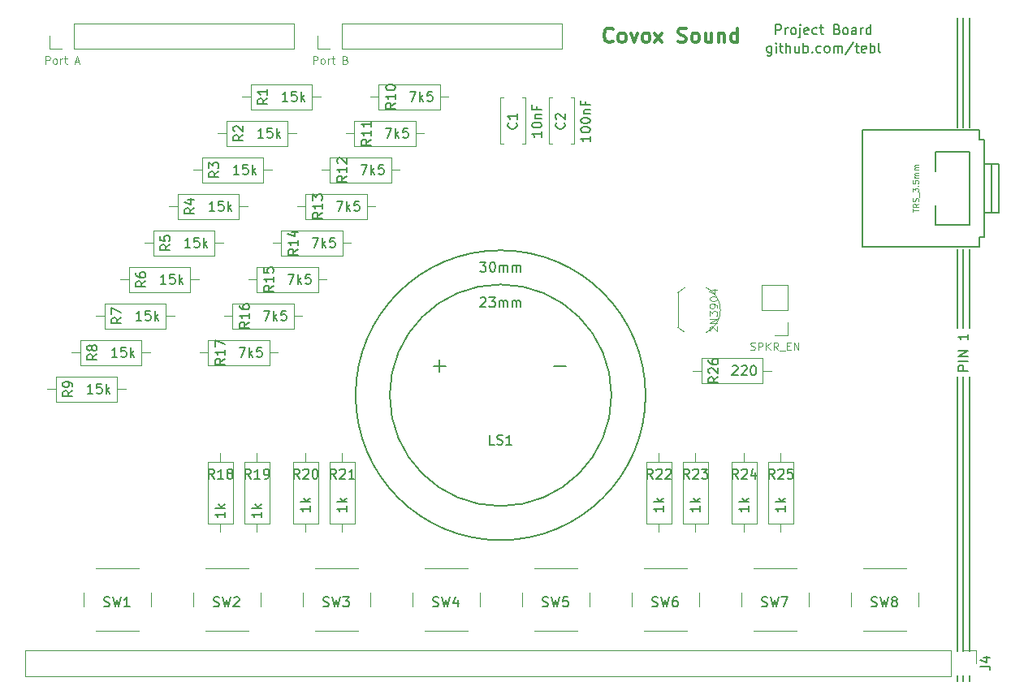
<source format=gto>
G04 #@! TF.FileFunction,Legend,Top*
%FSLAX46Y46*%
G04 Gerber Fmt 4.6, Leading zero omitted, Abs format (unit mm)*
G04 Created by KiCad (PCBNEW 4.0.7) date 12/29/19 23:23:20*
%MOMM*%
%LPD*%
G01*
G04 APERTURE LIST*
%ADD10C,0.100000*%
%ADD11C,0.200000*%
%ADD12C,0.150000*%
%ADD13C,0.300000*%
%ADD14C,0.120000*%
G04 APERTURE END LIST*
D10*
D11*
X198755000Y-89535000D02*
X198755000Y-80010000D01*
X198120000Y-80010000D02*
X198120000Y-89535000D01*
X197485000Y-89535000D02*
X197485000Y-80010000D01*
X198755000Y-106680000D02*
X198755000Y-102235000D01*
X198120000Y-102235000D02*
X198120000Y-106680000D01*
X197485000Y-106680000D02*
X197485000Y-102235000D01*
X198755000Y-110490000D02*
X198755000Y-106680000D01*
X198120000Y-106680000D02*
X198120000Y-110490000D01*
X197485000Y-110490000D02*
X197485000Y-106680000D01*
X198755000Y-146685000D02*
X198755000Y-147320000D01*
X198120000Y-146685000D02*
X198120000Y-147320000D01*
X197485000Y-146685000D02*
X197485000Y-147320000D01*
X198755000Y-115570000D02*
X198755000Y-144145000D01*
X198120000Y-144145000D02*
X198120000Y-115570000D01*
X197485000Y-115570000D02*
X197485000Y-144145000D01*
X198755000Y-80010000D02*
X198755000Y-78105000D01*
X198120000Y-80010000D02*
X198120000Y-78105000D01*
X197485000Y-80010000D02*
X197485000Y-78105000D01*
D12*
X178110238Y-81065714D02*
X178110238Y-81875238D01*
X178062619Y-81970476D01*
X178015000Y-82018095D01*
X177919761Y-82065714D01*
X177776904Y-82065714D01*
X177681666Y-82018095D01*
X178110238Y-81684762D02*
X178015000Y-81732381D01*
X177824523Y-81732381D01*
X177729285Y-81684762D01*
X177681666Y-81637143D01*
X177634047Y-81541905D01*
X177634047Y-81256190D01*
X177681666Y-81160952D01*
X177729285Y-81113333D01*
X177824523Y-81065714D01*
X178015000Y-81065714D01*
X178110238Y-81113333D01*
X178586428Y-81732381D02*
X178586428Y-81065714D01*
X178586428Y-80732381D02*
X178538809Y-80780000D01*
X178586428Y-80827619D01*
X178634047Y-80780000D01*
X178586428Y-80732381D01*
X178586428Y-80827619D01*
X178919761Y-81065714D02*
X179300713Y-81065714D01*
X179062618Y-80732381D02*
X179062618Y-81589524D01*
X179110237Y-81684762D01*
X179205475Y-81732381D01*
X179300713Y-81732381D01*
X179634047Y-81732381D02*
X179634047Y-80732381D01*
X180062619Y-81732381D02*
X180062619Y-81208571D01*
X180015000Y-81113333D01*
X179919762Y-81065714D01*
X179776904Y-81065714D01*
X179681666Y-81113333D01*
X179634047Y-81160952D01*
X180967381Y-81065714D02*
X180967381Y-81732381D01*
X180538809Y-81065714D02*
X180538809Y-81589524D01*
X180586428Y-81684762D01*
X180681666Y-81732381D01*
X180824524Y-81732381D01*
X180919762Y-81684762D01*
X180967381Y-81637143D01*
X181443571Y-81732381D02*
X181443571Y-80732381D01*
X181443571Y-81113333D02*
X181538809Y-81065714D01*
X181729286Y-81065714D01*
X181824524Y-81113333D01*
X181872143Y-81160952D01*
X181919762Y-81256190D01*
X181919762Y-81541905D01*
X181872143Y-81637143D01*
X181824524Y-81684762D01*
X181729286Y-81732381D01*
X181538809Y-81732381D01*
X181443571Y-81684762D01*
X182348333Y-81637143D02*
X182395952Y-81684762D01*
X182348333Y-81732381D01*
X182300714Y-81684762D01*
X182348333Y-81637143D01*
X182348333Y-81732381D01*
X183253095Y-81684762D02*
X183157857Y-81732381D01*
X182967380Y-81732381D01*
X182872142Y-81684762D01*
X182824523Y-81637143D01*
X182776904Y-81541905D01*
X182776904Y-81256190D01*
X182824523Y-81160952D01*
X182872142Y-81113333D01*
X182967380Y-81065714D01*
X183157857Y-81065714D01*
X183253095Y-81113333D01*
X183824523Y-81732381D02*
X183729285Y-81684762D01*
X183681666Y-81637143D01*
X183634047Y-81541905D01*
X183634047Y-81256190D01*
X183681666Y-81160952D01*
X183729285Y-81113333D01*
X183824523Y-81065714D01*
X183967381Y-81065714D01*
X184062619Y-81113333D01*
X184110238Y-81160952D01*
X184157857Y-81256190D01*
X184157857Y-81541905D01*
X184110238Y-81637143D01*
X184062619Y-81684762D01*
X183967381Y-81732381D01*
X183824523Y-81732381D01*
X184586428Y-81732381D02*
X184586428Y-81065714D01*
X184586428Y-81160952D02*
X184634047Y-81113333D01*
X184729285Y-81065714D01*
X184872143Y-81065714D01*
X184967381Y-81113333D01*
X185015000Y-81208571D01*
X185015000Y-81732381D01*
X185015000Y-81208571D02*
X185062619Y-81113333D01*
X185157857Y-81065714D01*
X185300714Y-81065714D01*
X185395952Y-81113333D01*
X185443571Y-81208571D01*
X185443571Y-81732381D01*
X186634047Y-80684762D02*
X185776904Y-81970476D01*
X186824523Y-81065714D02*
X187205475Y-81065714D01*
X186967380Y-80732381D02*
X186967380Y-81589524D01*
X187014999Y-81684762D01*
X187110237Y-81732381D01*
X187205475Y-81732381D01*
X187919762Y-81684762D02*
X187824524Y-81732381D01*
X187634047Y-81732381D01*
X187538809Y-81684762D01*
X187491190Y-81589524D01*
X187491190Y-81208571D01*
X187538809Y-81113333D01*
X187634047Y-81065714D01*
X187824524Y-81065714D01*
X187919762Y-81113333D01*
X187967381Y-81208571D01*
X187967381Y-81303810D01*
X187491190Y-81399048D01*
X188395952Y-81732381D02*
X188395952Y-80732381D01*
X188395952Y-81113333D02*
X188491190Y-81065714D01*
X188681667Y-81065714D01*
X188776905Y-81113333D01*
X188824524Y-81160952D01*
X188872143Y-81256190D01*
X188872143Y-81541905D01*
X188824524Y-81637143D01*
X188776905Y-81684762D01*
X188681667Y-81732381D01*
X188491190Y-81732381D01*
X188395952Y-81684762D01*
X189443571Y-81732381D02*
X189348333Y-81684762D01*
X189300714Y-81589524D01*
X189300714Y-80732381D01*
X178562618Y-79827381D02*
X178562618Y-78827381D01*
X178943571Y-78827381D01*
X179038809Y-78875000D01*
X179086428Y-78922619D01*
X179134047Y-79017857D01*
X179134047Y-79160714D01*
X179086428Y-79255952D01*
X179038809Y-79303571D01*
X178943571Y-79351190D01*
X178562618Y-79351190D01*
X179562618Y-79827381D02*
X179562618Y-79160714D01*
X179562618Y-79351190D02*
X179610237Y-79255952D01*
X179657856Y-79208333D01*
X179753094Y-79160714D01*
X179848333Y-79160714D01*
X180324523Y-79827381D02*
X180229285Y-79779762D01*
X180181666Y-79732143D01*
X180134047Y-79636905D01*
X180134047Y-79351190D01*
X180181666Y-79255952D01*
X180229285Y-79208333D01*
X180324523Y-79160714D01*
X180467381Y-79160714D01*
X180562619Y-79208333D01*
X180610238Y-79255952D01*
X180657857Y-79351190D01*
X180657857Y-79636905D01*
X180610238Y-79732143D01*
X180562619Y-79779762D01*
X180467381Y-79827381D01*
X180324523Y-79827381D01*
X181086428Y-79160714D02*
X181086428Y-80017857D01*
X181038809Y-80113095D01*
X180943571Y-80160714D01*
X180895952Y-80160714D01*
X181086428Y-78827381D02*
X181038809Y-78875000D01*
X181086428Y-78922619D01*
X181134047Y-78875000D01*
X181086428Y-78827381D01*
X181086428Y-78922619D01*
X181943571Y-79779762D02*
X181848333Y-79827381D01*
X181657856Y-79827381D01*
X181562618Y-79779762D01*
X181514999Y-79684524D01*
X181514999Y-79303571D01*
X181562618Y-79208333D01*
X181657856Y-79160714D01*
X181848333Y-79160714D01*
X181943571Y-79208333D01*
X181991190Y-79303571D01*
X181991190Y-79398810D01*
X181514999Y-79494048D01*
X182848333Y-79779762D02*
X182753095Y-79827381D01*
X182562618Y-79827381D01*
X182467380Y-79779762D01*
X182419761Y-79732143D01*
X182372142Y-79636905D01*
X182372142Y-79351190D01*
X182419761Y-79255952D01*
X182467380Y-79208333D01*
X182562618Y-79160714D01*
X182753095Y-79160714D01*
X182848333Y-79208333D01*
X183134047Y-79160714D02*
X183514999Y-79160714D01*
X183276904Y-78827381D02*
X183276904Y-79684524D01*
X183324523Y-79779762D01*
X183419761Y-79827381D01*
X183514999Y-79827381D01*
X184943572Y-79303571D02*
X185086429Y-79351190D01*
X185134048Y-79398810D01*
X185181667Y-79494048D01*
X185181667Y-79636905D01*
X185134048Y-79732143D01*
X185086429Y-79779762D01*
X184991191Y-79827381D01*
X184610238Y-79827381D01*
X184610238Y-78827381D01*
X184943572Y-78827381D01*
X185038810Y-78875000D01*
X185086429Y-78922619D01*
X185134048Y-79017857D01*
X185134048Y-79113095D01*
X185086429Y-79208333D01*
X185038810Y-79255952D01*
X184943572Y-79303571D01*
X184610238Y-79303571D01*
X185753095Y-79827381D02*
X185657857Y-79779762D01*
X185610238Y-79732143D01*
X185562619Y-79636905D01*
X185562619Y-79351190D01*
X185610238Y-79255952D01*
X185657857Y-79208333D01*
X185753095Y-79160714D01*
X185895953Y-79160714D01*
X185991191Y-79208333D01*
X186038810Y-79255952D01*
X186086429Y-79351190D01*
X186086429Y-79636905D01*
X186038810Y-79732143D01*
X185991191Y-79779762D01*
X185895953Y-79827381D01*
X185753095Y-79827381D01*
X186943572Y-79827381D02*
X186943572Y-79303571D01*
X186895953Y-79208333D01*
X186800715Y-79160714D01*
X186610238Y-79160714D01*
X186515000Y-79208333D01*
X186943572Y-79779762D02*
X186848334Y-79827381D01*
X186610238Y-79827381D01*
X186515000Y-79779762D01*
X186467381Y-79684524D01*
X186467381Y-79589286D01*
X186515000Y-79494048D01*
X186610238Y-79446429D01*
X186848334Y-79446429D01*
X186943572Y-79398810D01*
X187419762Y-79827381D02*
X187419762Y-79160714D01*
X187419762Y-79351190D02*
X187467381Y-79255952D01*
X187515000Y-79208333D01*
X187610238Y-79160714D01*
X187705477Y-79160714D01*
X188467382Y-79827381D02*
X188467382Y-78827381D01*
X188467382Y-79779762D02*
X188372144Y-79827381D01*
X188181667Y-79827381D01*
X188086429Y-79779762D01*
X188038810Y-79732143D01*
X187991191Y-79636905D01*
X187991191Y-79351190D01*
X188038810Y-79255952D01*
X188086429Y-79208333D01*
X188181667Y-79160714D01*
X188372144Y-79160714D01*
X188467382Y-79208333D01*
D13*
X161568572Y-80545714D02*
X161497143Y-80617143D01*
X161282857Y-80688571D01*
X161140000Y-80688571D01*
X160925715Y-80617143D01*
X160782857Y-80474286D01*
X160711429Y-80331429D01*
X160640000Y-80045714D01*
X160640000Y-79831429D01*
X160711429Y-79545714D01*
X160782857Y-79402857D01*
X160925715Y-79260000D01*
X161140000Y-79188571D01*
X161282857Y-79188571D01*
X161497143Y-79260000D01*
X161568572Y-79331429D01*
X162425715Y-80688571D02*
X162282857Y-80617143D01*
X162211429Y-80545714D01*
X162140000Y-80402857D01*
X162140000Y-79974286D01*
X162211429Y-79831429D01*
X162282857Y-79760000D01*
X162425715Y-79688571D01*
X162640000Y-79688571D01*
X162782857Y-79760000D01*
X162854286Y-79831429D01*
X162925715Y-79974286D01*
X162925715Y-80402857D01*
X162854286Y-80545714D01*
X162782857Y-80617143D01*
X162640000Y-80688571D01*
X162425715Y-80688571D01*
X163425715Y-79688571D02*
X163782858Y-80688571D01*
X164140000Y-79688571D01*
X164925715Y-80688571D02*
X164782857Y-80617143D01*
X164711429Y-80545714D01*
X164640000Y-80402857D01*
X164640000Y-79974286D01*
X164711429Y-79831429D01*
X164782857Y-79760000D01*
X164925715Y-79688571D01*
X165140000Y-79688571D01*
X165282857Y-79760000D01*
X165354286Y-79831429D01*
X165425715Y-79974286D01*
X165425715Y-80402857D01*
X165354286Y-80545714D01*
X165282857Y-80617143D01*
X165140000Y-80688571D01*
X164925715Y-80688571D01*
X165925715Y-80688571D02*
X166711429Y-79688571D01*
X165925715Y-79688571D02*
X166711429Y-80688571D01*
X168354286Y-80617143D02*
X168568572Y-80688571D01*
X168925715Y-80688571D01*
X169068572Y-80617143D01*
X169140001Y-80545714D01*
X169211429Y-80402857D01*
X169211429Y-80260000D01*
X169140001Y-80117143D01*
X169068572Y-80045714D01*
X168925715Y-79974286D01*
X168640001Y-79902857D01*
X168497143Y-79831429D01*
X168425715Y-79760000D01*
X168354286Y-79617143D01*
X168354286Y-79474286D01*
X168425715Y-79331429D01*
X168497143Y-79260000D01*
X168640001Y-79188571D01*
X168997143Y-79188571D01*
X169211429Y-79260000D01*
X170068572Y-80688571D02*
X169925714Y-80617143D01*
X169854286Y-80545714D01*
X169782857Y-80402857D01*
X169782857Y-79974286D01*
X169854286Y-79831429D01*
X169925714Y-79760000D01*
X170068572Y-79688571D01*
X170282857Y-79688571D01*
X170425714Y-79760000D01*
X170497143Y-79831429D01*
X170568572Y-79974286D01*
X170568572Y-80402857D01*
X170497143Y-80545714D01*
X170425714Y-80617143D01*
X170282857Y-80688571D01*
X170068572Y-80688571D01*
X171854286Y-79688571D02*
X171854286Y-80688571D01*
X171211429Y-79688571D02*
X171211429Y-80474286D01*
X171282857Y-80617143D01*
X171425715Y-80688571D01*
X171640000Y-80688571D01*
X171782857Y-80617143D01*
X171854286Y-80545714D01*
X172568572Y-79688571D02*
X172568572Y-80688571D01*
X172568572Y-79831429D02*
X172640000Y-79760000D01*
X172782858Y-79688571D01*
X172997143Y-79688571D01*
X173140000Y-79760000D01*
X173211429Y-79902857D01*
X173211429Y-80688571D01*
X174568572Y-80688571D02*
X174568572Y-79188571D01*
X174568572Y-80617143D02*
X174425715Y-80688571D01*
X174140001Y-80688571D01*
X173997143Y-80617143D01*
X173925715Y-80545714D01*
X173854286Y-80402857D01*
X173854286Y-79974286D01*
X173925715Y-79831429D01*
X173997143Y-79760000D01*
X174140001Y-79688571D01*
X174425715Y-79688571D01*
X174568572Y-79760000D01*
D12*
X198572381Y-114910952D02*
X197572381Y-114910952D01*
X197572381Y-114529999D01*
X197620000Y-114434761D01*
X197667619Y-114387142D01*
X197762857Y-114339523D01*
X197905714Y-114339523D01*
X198000952Y-114387142D01*
X198048571Y-114434761D01*
X198096190Y-114529999D01*
X198096190Y-114910952D01*
X198572381Y-113910952D02*
X197572381Y-113910952D01*
X198572381Y-113434762D02*
X197572381Y-113434762D01*
X198572381Y-112863333D01*
X197572381Y-112863333D01*
X198572381Y-111101428D02*
X198572381Y-111672857D01*
X198572381Y-111387143D02*
X197572381Y-111387143D01*
X197715238Y-111482381D01*
X197810476Y-111577619D01*
X197858095Y-111672857D01*
D14*
X152440000Y-86450000D02*
X152440000Y-91270000D01*
X149820000Y-86450000D02*
X149820000Y-91270000D01*
X152440000Y-86450000D02*
X152126000Y-86450000D01*
X150134000Y-86450000D02*
X149820000Y-86450000D01*
X152440000Y-91270000D02*
X152126000Y-91270000D01*
X150134000Y-91270000D02*
X149820000Y-91270000D01*
X157520000Y-86450000D02*
X157520000Y-91270000D01*
X154900000Y-86450000D02*
X154900000Y-91270000D01*
X157520000Y-86450000D02*
X157206000Y-86450000D01*
X155214000Y-86450000D02*
X154900000Y-86450000D01*
X157520000Y-91270000D02*
X157206000Y-91270000D01*
X155214000Y-91270000D02*
X154900000Y-91270000D01*
X132040000Y-130845000D02*
X134660000Y-130845000D01*
X134660000Y-130845000D02*
X134660000Y-124425000D01*
X134660000Y-124425000D02*
X132040000Y-124425000D01*
X132040000Y-124425000D02*
X132040000Y-130845000D01*
X133350000Y-131735000D02*
X133350000Y-130845000D01*
X133350000Y-123535000D02*
X133350000Y-124425000D01*
X137125000Y-85050000D02*
X137125000Y-87670000D01*
X137125000Y-87670000D02*
X143545000Y-87670000D01*
X143545000Y-87670000D02*
X143545000Y-85050000D01*
X143545000Y-85050000D02*
X137125000Y-85050000D01*
X136235000Y-86360000D02*
X137125000Y-86360000D01*
X144435000Y-86360000D02*
X143545000Y-86360000D01*
X107680000Y-142025000D02*
X112180000Y-142025000D01*
X106430000Y-138025000D02*
X106430000Y-139525000D01*
X112180000Y-135525000D02*
X107680000Y-135525000D01*
X113430000Y-139525000D02*
X113430000Y-138025000D01*
X119110000Y-142025000D02*
X123610000Y-142025000D01*
X117860000Y-138025000D02*
X117860000Y-139525000D01*
X123610000Y-135525000D02*
X119110000Y-135525000D01*
X124860000Y-139525000D02*
X124860000Y-138025000D01*
X119340000Y-130845000D02*
X121960000Y-130845000D01*
X121960000Y-130845000D02*
X121960000Y-124425000D01*
X121960000Y-124425000D02*
X119340000Y-124425000D01*
X119340000Y-124425000D02*
X119340000Y-130845000D01*
X120650000Y-131735000D02*
X120650000Y-130845000D01*
X120650000Y-123535000D02*
X120650000Y-124425000D01*
X123150000Y-130845000D02*
X125770000Y-130845000D01*
X125770000Y-130845000D02*
X125770000Y-124425000D01*
X125770000Y-124425000D02*
X123150000Y-124425000D01*
X123150000Y-124425000D02*
X123150000Y-130845000D01*
X124460000Y-131735000D02*
X124460000Y-130845000D01*
X124460000Y-123535000D02*
X124460000Y-124425000D01*
X123790000Y-85050000D02*
X123790000Y-87670000D01*
X123790000Y-87670000D02*
X130210000Y-87670000D01*
X130210000Y-87670000D02*
X130210000Y-85050000D01*
X130210000Y-85050000D02*
X123790000Y-85050000D01*
X122900000Y-86360000D02*
X123790000Y-86360000D01*
X131100000Y-86360000D02*
X130210000Y-86360000D01*
X121250000Y-88860000D02*
X121250000Y-91480000D01*
X121250000Y-91480000D02*
X127670000Y-91480000D01*
X127670000Y-91480000D02*
X127670000Y-88860000D01*
X127670000Y-88860000D02*
X121250000Y-88860000D01*
X120360000Y-90170000D02*
X121250000Y-90170000D01*
X128560000Y-90170000D02*
X127670000Y-90170000D01*
X118710000Y-92670000D02*
X118710000Y-95290000D01*
X118710000Y-95290000D02*
X125130000Y-95290000D01*
X125130000Y-95290000D02*
X125130000Y-92670000D01*
X125130000Y-92670000D02*
X118710000Y-92670000D01*
X117820000Y-93980000D02*
X118710000Y-93980000D01*
X126020000Y-93980000D02*
X125130000Y-93980000D01*
X116170000Y-96480000D02*
X116170000Y-99100000D01*
X116170000Y-99100000D02*
X122590000Y-99100000D01*
X122590000Y-99100000D02*
X122590000Y-96480000D01*
X122590000Y-96480000D02*
X116170000Y-96480000D01*
X115280000Y-97790000D02*
X116170000Y-97790000D01*
X123480000Y-97790000D02*
X122590000Y-97790000D01*
X113630000Y-100290000D02*
X113630000Y-102910000D01*
X113630000Y-102910000D02*
X120050000Y-102910000D01*
X120050000Y-102910000D02*
X120050000Y-100290000D01*
X120050000Y-100290000D02*
X113630000Y-100290000D01*
X112740000Y-101600000D02*
X113630000Y-101600000D01*
X120940000Y-101600000D02*
X120050000Y-101600000D01*
X111090000Y-104100000D02*
X111090000Y-106720000D01*
X111090000Y-106720000D02*
X117510000Y-106720000D01*
X117510000Y-106720000D02*
X117510000Y-104100000D01*
X117510000Y-104100000D02*
X111090000Y-104100000D01*
X110200000Y-105410000D02*
X111090000Y-105410000D01*
X118400000Y-105410000D02*
X117510000Y-105410000D01*
X108550000Y-107910000D02*
X108550000Y-110530000D01*
X108550000Y-110530000D02*
X114970000Y-110530000D01*
X114970000Y-110530000D02*
X114970000Y-107910000D01*
X114970000Y-107910000D02*
X108550000Y-107910000D01*
X107660000Y-109220000D02*
X108550000Y-109220000D01*
X115860000Y-109220000D02*
X114970000Y-109220000D01*
X106010000Y-111720000D02*
X106010000Y-114340000D01*
X106010000Y-114340000D02*
X112430000Y-114340000D01*
X112430000Y-114340000D02*
X112430000Y-111720000D01*
X112430000Y-111720000D02*
X106010000Y-111720000D01*
X105120000Y-113030000D02*
X106010000Y-113030000D01*
X113320000Y-113030000D02*
X112430000Y-113030000D01*
X103470000Y-115530000D02*
X103470000Y-118150000D01*
X103470000Y-118150000D02*
X109890000Y-118150000D01*
X109890000Y-118150000D02*
X109890000Y-115530000D01*
X109890000Y-115530000D02*
X103470000Y-115530000D01*
X102580000Y-116840000D02*
X103470000Y-116840000D01*
X110780000Y-116840000D02*
X109890000Y-116840000D01*
X128230000Y-130845000D02*
X130850000Y-130845000D01*
X130850000Y-130845000D02*
X130850000Y-124425000D01*
X130850000Y-124425000D02*
X128230000Y-124425000D01*
X128230000Y-124425000D02*
X128230000Y-130845000D01*
X129540000Y-131735000D02*
X129540000Y-130845000D01*
X129540000Y-123535000D02*
X129540000Y-124425000D01*
X134585000Y-88860000D02*
X134585000Y-91480000D01*
X134585000Y-91480000D02*
X141005000Y-91480000D01*
X141005000Y-91480000D02*
X141005000Y-88860000D01*
X141005000Y-88860000D02*
X134585000Y-88860000D01*
X133695000Y-90170000D02*
X134585000Y-90170000D01*
X141895000Y-90170000D02*
X141005000Y-90170000D01*
X132045000Y-92670000D02*
X132045000Y-95290000D01*
X132045000Y-95290000D02*
X138465000Y-95290000D01*
X138465000Y-95290000D02*
X138465000Y-92670000D01*
X138465000Y-92670000D02*
X132045000Y-92670000D01*
X131155000Y-93980000D02*
X132045000Y-93980000D01*
X139355000Y-93980000D02*
X138465000Y-93980000D01*
X129505000Y-96480000D02*
X129505000Y-99100000D01*
X129505000Y-99100000D02*
X135925000Y-99100000D01*
X135925000Y-99100000D02*
X135925000Y-96480000D01*
X135925000Y-96480000D02*
X129505000Y-96480000D01*
X128615000Y-97790000D02*
X129505000Y-97790000D01*
X136815000Y-97790000D02*
X135925000Y-97790000D01*
X126965000Y-100290000D02*
X126965000Y-102910000D01*
X126965000Y-102910000D02*
X133385000Y-102910000D01*
X133385000Y-102910000D02*
X133385000Y-100290000D01*
X133385000Y-100290000D02*
X126965000Y-100290000D01*
X126075000Y-101600000D02*
X126965000Y-101600000D01*
X134275000Y-101600000D02*
X133385000Y-101600000D01*
X124425000Y-104100000D02*
X124425000Y-106720000D01*
X124425000Y-106720000D02*
X130845000Y-106720000D01*
X130845000Y-106720000D02*
X130845000Y-104100000D01*
X130845000Y-104100000D02*
X124425000Y-104100000D01*
X123535000Y-105410000D02*
X124425000Y-105410000D01*
X131735000Y-105410000D02*
X130845000Y-105410000D01*
X121885000Y-107910000D02*
X121885000Y-110530000D01*
X121885000Y-110530000D02*
X128305000Y-110530000D01*
X128305000Y-110530000D02*
X128305000Y-107910000D01*
X128305000Y-107910000D02*
X121885000Y-107910000D01*
X120995000Y-109220000D02*
X121885000Y-109220000D01*
X129195000Y-109220000D02*
X128305000Y-109220000D01*
X119345000Y-111720000D02*
X119345000Y-114340000D01*
X119345000Y-114340000D02*
X125765000Y-114340000D01*
X125765000Y-114340000D02*
X125765000Y-111720000D01*
X125765000Y-111720000D02*
X119345000Y-111720000D01*
X118455000Y-113030000D02*
X119345000Y-113030000D01*
X126655000Y-113030000D02*
X125765000Y-113030000D01*
X165060000Y-130845000D02*
X167680000Y-130845000D01*
X167680000Y-130845000D02*
X167680000Y-124425000D01*
X167680000Y-124425000D02*
X165060000Y-124425000D01*
X165060000Y-124425000D02*
X165060000Y-130845000D01*
X166370000Y-131735000D02*
X166370000Y-130845000D01*
X166370000Y-123535000D02*
X166370000Y-124425000D01*
X168870000Y-130845000D02*
X171490000Y-130845000D01*
X171490000Y-130845000D02*
X171490000Y-124425000D01*
X171490000Y-124425000D02*
X168870000Y-124425000D01*
X168870000Y-124425000D02*
X168870000Y-130845000D01*
X170180000Y-131735000D02*
X170180000Y-130845000D01*
X170180000Y-123535000D02*
X170180000Y-124425000D01*
X173950000Y-130845000D02*
X176570000Y-130845000D01*
X176570000Y-130845000D02*
X176570000Y-124425000D01*
X176570000Y-124425000D02*
X173950000Y-124425000D01*
X173950000Y-124425000D02*
X173950000Y-130845000D01*
X175260000Y-131735000D02*
X175260000Y-130845000D01*
X175260000Y-123535000D02*
X175260000Y-124425000D01*
X177760000Y-130845000D02*
X180380000Y-130845000D01*
X180380000Y-130845000D02*
X180380000Y-124425000D01*
X180380000Y-124425000D02*
X177760000Y-124425000D01*
X177760000Y-124425000D02*
X177760000Y-130845000D01*
X179070000Y-131735000D02*
X179070000Y-130845000D01*
X179070000Y-123535000D02*
X179070000Y-124425000D01*
X130540000Y-142025000D02*
X135040000Y-142025000D01*
X129290000Y-138025000D02*
X129290000Y-139525000D01*
X135040000Y-135525000D02*
X130540000Y-135525000D01*
X136290000Y-139525000D02*
X136290000Y-138025000D01*
X141970000Y-142025000D02*
X146470000Y-142025000D01*
X140720000Y-138025000D02*
X140720000Y-139525000D01*
X146470000Y-135525000D02*
X141970000Y-135525000D01*
X147720000Y-139525000D02*
X147720000Y-138025000D01*
X153400000Y-142025000D02*
X157900000Y-142025000D01*
X152150000Y-138025000D02*
X152150000Y-139525000D01*
X157900000Y-135525000D02*
X153400000Y-135525000D01*
X159150000Y-139525000D02*
X159150000Y-138025000D01*
X164830000Y-142025000D02*
X169330000Y-142025000D01*
X163580000Y-138025000D02*
X163580000Y-139525000D01*
X169330000Y-135525000D02*
X164830000Y-135525000D01*
X170580000Y-139525000D02*
X170580000Y-138025000D01*
X176260000Y-142025000D02*
X180760000Y-142025000D01*
X175010000Y-138025000D02*
X175010000Y-139525000D01*
X180760000Y-135525000D02*
X176260000Y-135525000D01*
X182010000Y-139525000D02*
X182010000Y-138025000D01*
X187690000Y-142025000D02*
X192190000Y-142025000D01*
X186440000Y-138025000D02*
X186440000Y-139525000D01*
X192190000Y-135525000D02*
X187690000Y-135525000D01*
X193440000Y-139525000D02*
X193440000Y-138025000D01*
X128330000Y-81340000D02*
X128330000Y-78680000D01*
X105410000Y-81340000D02*
X128330000Y-81340000D01*
X105410000Y-78680000D02*
X128330000Y-78680000D01*
X105410000Y-81340000D02*
X105410000Y-78680000D01*
X104140000Y-81340000D02*
X102810000Y-81340000D01*
X102810000Y-81340000D02*
X102810000Y-80010000D01*
X100270000Y-144085000D02*
X100270000Y-146745000D01*
X196850000Y-144085000D02*
X100270000Y-144085000D01*
X196850000Y-146745000D02*
X100270000Y-146745000D01*
X196850000Y-144085000D02*
X196850000Y-146745000D01*
X198120000Y-144085000D02*
X199450000Y-144085000D01*
X199450000Y-144085000D02*
X199450000Y-145415000D01*
X156270000Y-81340000D02*
X156270000Y-78680000D01*
X133350000Y-81340000D02*
X156270000Y-81340000D01*
X133350000Y-78680000D02*
X156270000Y-78680000D01*
X133350000Y-81340000D02*
X133350000Y-78680000D01*
X132080000Y-81340000D02*
X130750000Y-81340000D01*
X130750000Y-81340000D02*
X130750000Y-80010000D01*
D12*
X195199000Y-94107000D02*
X195199000Y-92075000D01*
X195199000Y-92075000D02*
X198755000Y-92075000D01*
X198755000Y-92075000D02*
X198755000Y-99695000D01*
X198755000Y-99695000D02*
X195199000Y-99695000D01*
X195199000Y-99695000D02*
X195199000Y-97663000D01*
X199771000Y-90805000D02*
X199771000Y-89789000D01*
X199771000Y-101981000D02*
X199771000Y-100965000D01*
X201803000Y-93345000D02*
X200279000Y-93345000D01*
X200279000Y-98425000D02*
X201803000Y-98425000D01*
X201041000Y-93345000D02*
X201041000Y-98425000D01*
X199771000Y-90805000D02*
X200025000Y-90805000D01*
X200025000Y-90805000D02*
X200279000Y-90805000D01*
X200279000Y-90805000D02*
X200279000Y-100965000D01*
X200279000Y-100965000D02*
X199771000Y-100965000D01*
X201803000Y-93345000D02*
X201803000Y-98425000D01*
X187579000Y-89789000D02*
X199771000Y-89789000D01*
X199771000Y-101981000D02*
X187579000Y-101981000D01*
X187579000Y-101981000D02*
X187579000Y-89789000D01*
D14*
X179765000Y-105985000D02*
X177105000Y-105985000D01*
X179765000Y-108585000D02*
X179765000Y-105985000D01*
X177105000Y-108585000D02*
X177105000Y-105985000D01*
X179765000Y-108585000D02*
X177105000Y-108585000D01*
X179765000Y-109855000D02*
X179765000Y-111185000D01*
X179765000Y-111185000D02*
X178435000Y-111185000D01*
X177200000Y-116245000D02*
X177200000Y-113625000D01*
X177200000Y-113625000D02*
X170780000Y-113625000D01*
X170780000Y-113625000D02*
X170780000Y-116245000D01*
X170780000Y-116245000D02*
X177200000Y-116245000D01*
X178090000Y-114935000D02*
X177200000Y-114935000D01*
X169890000Y-114935000D02*
X170780000Y-114935000D01*
D12*
X156083000Y-114427000D02*
X156718000Y-114427000D01*
X156083000Y-114427000D02*
X155448000Y-114427000D01*
X143510000Y-114427000D02*
X144145000Y-114427000D01*
X143510000Y-114427000D02*
X142875000Y-114427000D01*
X143510000Y-114935000D02*
X143510000Y-115062000D01*
X143510000Y-113792000D02*
X143510000Y-114935000D01*
X161417000Y-117475000D02*
G75*
G03X161417000Y-117475000I-11557000J0D01*
G01*
X164973000Y-117475000D02*
G75*
G03X164973000Y-117475000I-15113000J0D01*
G01*
D14*
X168330000Y-106785000D02*
X168330000Y-110385000D01*
X169057205Y-106260816D02*
G75*
G03X168330000Y-106785000I1122795J-2324184D01*
G01*
X171278807Y-106228600D02*
G75*
G02X172780000Y-108585000I-1098807J-2356400D01*
G01*
X171278807Y-110941400D02*
G75*
G03X172780000Y-108585000I-1098807J2356400D01*
G01*
X169057205Y-110909184D02*
G75*
G02X168330000Y-110385000I1122795J2324184D01*
G01*
D12*
X151487143Y-89066666D02*
X151534762Y-89114285D01*
X151582381Y-89257142D01*
X151582381Y-89352380D01*
X151534762Y-89495238D01*
X151439524Y-89590476D01*
X151344286Y-89638095D01*
X151153810Y-89685714D01*
X151010952Y-89685714D01*
X150820476Y-89638095D01*
X150725238Y-89590476D01*
X150630000Y-89495238D01*
X150582381Y-89352380D01*
X150582381Y-89257142D01*
X150630000Y-89114285D01*
X150677619Y-89066666D01*
X151582381Y-88114285D02*
X151582381Y-88685714D01*
X151582381Y-88400000D02*
X150582381Y-88400000D01*
X150725238Y-88495238D01*
X150820476Y-88590476D01*
X150868095Y-88685714D01*
X154122381Y-89971428D02*
X154122381Y-90542857D01*
X154122381Y-90257143D02*
X153122381Y-90257143D01*
X153265238Y-90352381D01*
X153360476Y-90447619D01*
X153408095Y-90542857D01*
X153122381Y-89352381D02*
X153122381Y-89257142D01*
X153170000Y-89161904D01*
X153217619Y-89114285D01*
X153312857Y-89066666D01*
X153503333Y-89019047D01*
X153741429Y-89019047D01*
X153931905Y-89066666D01*
X154027143Y-89114285D01*
X154074762Y-89161904D01*
X154122381Y-89257142D01*
X154122381Y-89352381D01*
X154074762Y-89447619D01*
X154027143Y-89495238D01*
X153931905Y-89542857D01*
X153741429Y-89590476D01*
X153503333Y-89590476D01*
X153312857Y-89542857D01*
X153217619Y-89495238D01*
X153170000Y-89447619D01*
X153122381Y-89352381D01*
X153455714Y-88590476D02*
X154122381Y-88590476D01*
X153550952Y-88590476D02*
X153503333Y-88542857D01*
X153455714Y-88447619D01*
X153455714Y-88304761D01*
X153503333Y-88209523D01*
X153598571Y-88161904D01*
X154122381Y-88161904D01*
X153598571Y-87352380D02*
X153598571Y-87685714D01*
X154122381Y-87685714D02*
X153122381Y-87685714D01*
X153122381Y-87209523D01*
X156482144Y-89066666D02*
X156529763Y-89114285D01*
X156577382Y-89257142D01*
X156577382Y-89352380D01*
X156529763Y-89495238D01*
X156434525Y-89590476D01*
X156339287Y-89638095D01*
X156148811Y-89685714D01*
X156005953Y-89685714D01*
X155815477Y-89638095D01*
X155720239Y-89590476D01*
X155625001Y-89495238D01*
X155577382Y-89352380D01*
X155577382Y-89257142D01*
X155625001Y-89114285D01*
X155672620Y-89066666D01*
X155672620Y-88685714D02*
X155625001Y-88638095D01*
X155577382Y-88542857D01*
X155577382Y-88304761D01*
X155625001Y-88209523D01*
X155672620Y-88161904D01*
X155767858Y-88114285D01*
X155863096Y-88114285D01*
X156005953Y-88161904D01*
X156577382Y-88733333D01*
X156577382Y-88114285D01*
X159202381Y-90447619D02*
X159202381Y-91019048D01*
X159202381Y-90733334D02*
X158202381Y-90733334D01*
X158345238Y-90828572D01*
X158440476Y-90923810D01*
X158488095Y-91019048D01*
X158202381Y-89828572D02*
X158202381Y-89733333D01*
X158250000Y-89638095D01*
X158297619Y-89590476D01*
X158392857Y-89542857D01*
X158583333Y-89495238D01*
X158821429Y-89495238D01*
X159011905Y-89542857D01*
X159107143Y-89590476D01*
X159154762Y-89638095D01*
X159202381Y-89733333D01*
X159202381Y-89828572D01*
X159154762Y-89923810D01*
X159107143Y-89971429D01*
X159011905Y-90019048D01*
X158821429Y-90066667D01*
X158583333Y-90066667D01*
X158392857Y-90019048D01*
X158297619Y-89971429D01*
X158250000Y-89923810D01*
X158202381Y-89828572D01*
X158202381Y-88876191D02*
X158202381Y-88780952D01*
X158250000Y-88685714D01*
X158297619Y-88638095D01*
X158392857Y-88590476D01*
X158583333Y-88542857D01*
X158821429Y-88542857D01*
X159011905Y-88590476D01*
X159107143Y-88638095D01*
X159154762Y-88685714D01*
X159202381Y-88780952D01*
X159202381Y-88876191D01*
X159154762Y-88971429D01*
X159107143Y-89019048D01*
X159011905Y-89066667D01*
X158821429Y-89114286D01*
X158583333Y-89114286D01*
X158392857Y-89066667D01*
X158297619Y-89019048D01*
X158250000Y-88971429D01*
X158202381Y-88876191D01*
X158535714Y-88114286D02*
X159202381Y-88114286D01*
X158630952Y-88114286D02*
X158583333Y-88066667D01*
X158535714Y-87971429D01*
X158535714Y-87828571D01*
X158583333Y-87733333D01*
X158678571Y-87685714D01*
X159202381Y-87685714D01*
X158678571Y-86876190D02*
X158678571Y-87209524D01*
X159202381Y-87209524D02*
X158202381Y-87209524D01*
X158202381Y-86733333D01*
X132707143Y-126182381D02*
X132373809Y-125706190D01*
X132135714Y-126182381D02*
X132135714Y-125182381D01*
X132516667Y-125182381D01*
X132611905Y-125230000D01*
X132659524Y-125277619D01*
X132707143Y-125372857D01*
X132707143Y-125515714D01*
X132659524Y-125610952D01*
X132611905Y-125658571D01*
X132516667Y-125706190D01*
X132135714Y-125706190D01*
X133088095Y-125277619D02*
X133135714Y-125230000D01*
X133230952Y-125182381D01*
X133469048Y-125182381D01*
X133564286Y-125230000D01*
X133611905Y-125277619D01*
X133659524Y-125372857D01*
X133659524Y-125468095D01*
X133611905Y-125610952D01*
X133040476Y-126182381D01*
X133659524Y-126182381D01*
X134611905Y-126182381D02*
X134040476Y-126182381D01*
X134326190Y-126182381D02*
X134326190Y-125182381D01*
X134230952Y-125325238D01*
X134135714Y-125420476D01*
X134040476Y-125468095D01*
X133802381Y-129024047D02*
X133802381Y-129595476D01*
X133802381Y-129309762D02*
X132802381Y-129309762D01*
X132945238Y-129405000D01*
X133040476Y-129500238D01*
X133088095Y-129595476D01*
X133802381Y-128595476D02*
X132802381Y-128595476D01*
X133421429Y-128500238D02*
X133802381Y-128214523D01*
X133135714Y-128214523D02*
X133516667Y-128595476D01*
X138882381Y-87002857D02*
X138406190Y-87336191D01*
X138882381Y-87574286D02*
X137882381Y-87574286D01*
X137882381Y-87193333D01*
X137930000Y-87098095D01*
X137977619Y-87050476D01*
X138072857Y-87002857D01*
X138215714Y-87002857D01*
X138310952Y-87050476D01*
X138358571Y-87098095D01*
X138406190Y-87193333D01*
X138406190Y-87574286D01*
X138882381Y-86050476D02*
X138882381Y-86621905D01*
X138882381Y-86336191D02*
X137882381Y-86336191D01*
X138025238Y-86431429D01*
X138120476Y-86526667D01*
X138168095Y-86621905D01*
X137882381Y-85431429D02*
X137882381Y-85336190D01*
X137930000Y-85240952D01*
X137977619Y-85193333D01*
X138072857Y-85145714D01*
X138263333Y-85098095D01*
X138501429Y-85098095D01*
X138691905Y-85145714D01*
X138787143Y-85193333D01*
X138834762Y-85240952D01*
X138882381Y-85336190D01*
X138882381Y-85431429D01*
X138834762Y-85526667D01*
X138787143Y-85574286D01*
X138691905Y-85621905D01*
X138501429Y-85669524D01*
X138263333Y-85669524D01*
X138072857Y-85621905D01*
X137977619Y-85574286D01*
X137930000Y-85526667D01*
X137882381Y-85431429D01*
X140390714Y-85812381D02*
X141057381Y-85812381D01*
X140628809Y-86812381D01*
X141438333Y-86812381D02*
X141438333Y-85812381D01*
X141533571Y-86431429D02*
X141819286Y-86812381D01*
X141819286Y-86145714D02*
X141438333Y-86526667D01*
X142724048Y-85812381D02*
X142247857Y-85812381D01*
X142200238Y-86288571D01*
X142247857Y-86240952D01*
X142343095Y-86193333D01*
X142581191Y-86193333D01*
X142676429Y-86240952D01*
X142724048Y-86288571D01*
X142771667Y-86383810D01*
X142771667Y-86621905D01*
X142724048Y-86717143D01*
X142676429Y-86764762D01*
X142581191Y-86812381D01*
X142343095Y-86812381D01*
X142247857Y-86764762D01*
X142200238Y-86717143D01*
X108521667Y-139469762D02*
X108664524Y-139517381D01*
X108902620Y-139517381D01*
X108997858Y-139469762D01*
X109045477Y-139422143D01*
X109093096Y-139326905D01*
X109093096Y-139231667D01*
X109045477Y-139136429D01*
X108997858Y-139088810D01*
X108902620Y-139041190D01*
X108712143Y-138993571D01*
X108616905Y-138945952D01*
X108569286Y-138898333D01*
X108521667Y-138803095D01*
X108521667Y-138707857D01*
X108569286Y-138612619D01*
X108616905Y-138565000D01*
X108712143Y-138517381D01*
X108950239Y-138517381D01*
X109093096Y-138565000D01*
X109426429Y-138517381D02*
X109664524Y-139517381D01*
X109855001Y-138803095D01*
X110045477Y-139517381D01*
X110283572Y-138517381D01*
X111188334Y-139517381D02*
X110616905Y-139517381D01*
X110902619Y-139517381D02*
X110902619Y-138517381D01*
X110807381Y-138660238D01*
X110712143Y-138755476D01*
X110616905Y-138803095D01*
X119951667Y-139469762D02*
X120094524Y-139517381D01*
X120332620Y-139517381D01*
X120427858Y-139469762D01*
X120475477Y-139422143D01*
X120523096Y-139326905D01*
X120523096Y-139231667D01*
X120475477Y-139136429D01*
X120427858Y-139088810D01*
X120332620Y-139041190D01*
X120142143Y-138993571D01*
X120046905Y-138945952D01*
X119999286Y-138898333D01*
X119951667Y-138803095D01*
X119951667Y-138707857D01*
X119999286Y-138612619D01*
X120046905Y-138565000D01*
X120142143Y-138517381D01*
X120380239Y-138517381D01*
X120523096Y-138565000D01*
X120856429Y-138517381D02*
X121094524Y-139517381D01*
X121285001Y-138803095D01*
X121475477Y-139517381D01*
X121713572Y-138517381D01*
X122046905Y-138612619D02*
X122094524Y-138565000D01*
X122189762Y-138517381D01*
X122427858Y-138517381D01*
X122523096Y-138565000D01*
X122570715Y-138612619D01*
X122618334Y-138707857D01*
X122618334Y-138803095D01*
X122570715Y-138945952D01*
X121999286Y-139517381D01*
X122618334Y-139517381D01*
X120007143Y-126182381D02*
X119673809Y-125706190D01*
X119435714Y-126182381D02*
X119435714Y-125182381D01*
X119816667Y-125182381D01*
X119911905Y-125230000D01*
X119959524Y-125277619D01*
X120007143Y-125372857D01*
X120007143Y-125515714D01*
X119959524Y-125610952D01*
X119911905Y-125658571D01*
X119816667Y-125706190D01*
X119435714Y-125706190D01*
X120959524Y-126182381D02*
X120388095Y-126182381D01*
X120673809Y-126182381D02*
X120673809Y-125182381D01*
X120578571Y-125325238D01*
X120483333Y-125420476D01*
X120388095Y-125468095D01*
X121530952Y-125610952D02*
X121435714Y-125563333D01*
X121388095Y-125515714D01*
X121340476Y-125420476D01*
X121340476Y-125372857D01*
X121388095Y-125277619D01*
X121435714Y-125230000D01*
X121530952Y-125182381D01*
X121721429Y-125182381D01*
X121816667Y-125230000D01*
X121864286Y-125277619D01*
X121911905Y-125372857D01*
X121911905Y-125420476D01*
X121864286Y-125515714D01*
X121816667Y-125563333D01*
X121721429Y-125610952D01*
X121530952Y-125610952D01*
X121435714Y-125658571D01*
X121388095Y-125706190D01*
X121340476Y-125801429D01*
X121340476Y-125991905D01*
X121388095Y-126087143D01*
X121435714Y-126134762D01*
X121530952Y-126182381D01*
X121721429Y-126182381D01*
X121816667Y-126134762D01*
X121864286Y-126087143D01*
X121911905Y-125991905D01*
X121911905Y-125801429D01*
X121864286Y-125706190D01*
X121816667Y-125658571D01*
X121721429Y-125610952D01*
X121102381Y-129659047D02*
X121102381Y-130230476D01*
X121102381Y-129944762D02*
X120102381Y-129944762D01*
X120245238Y-130040000D01*
X120340476Y-130135238D01*
X120388095Y-130230476D01*
X121102381Y-129230476D02*
X120102381Y-129230476D01*
X120721429Y-129135238D02*
X121102381Y-128849523D01*
X120435714Y-128849523D02*
X120816667Y-129230476D01*
X123817143Y-126182381D02*
X123483809Y-125706190D01*
X123245714Y-126182381D02*
X123245714Y-125182381D01*
X123626667Y-125182381D01*
X123721905Y-125230000D01*
X123769524Y-125277619D01*
X123817143Y-125372857D01*
X123817143Y-125515714D01*
X123769524Y-125610952D01*
X123721905Y-125658571D01*
X123626667Y-125706190D01*
X123245714Y-125706190D01*
X124769524Y-126182381D02*
X124198095Y-126182381D01*
X124483809Y-126182381D02*
X124483809Y-125182381D01*
X124388571Y-125325238D01*
X124293333Y-125420476D01*
X124198095Y-125468095D01*
X125245714Y-126182381D02*
X125436190Y-126182381D01*
X125531429Y-126134762D01*
X125579048Y-126087143D01*
X125674286Y-125944286D01*
X125721905Y-125753810D01*
X125721905Y-125372857D01*
X125674286Y-125277619D01*
X125626667Y-125230000D01*
X125531429Y-125182381D01*
X125340952Y-125182381D01*
X125245714Y-125230000D01*
X125198095Y-125277619D01*
X125150476Y-125372857D01*
X125150476Y-125610952D01*
X125198095Y-125706190D01*
X125245714Y-125753810D01*
X125340952Y-125801429D01*
X125531429Y-125801429D01*
X125626667Y-125753810D01*
X125674286Y-125706190D01*
X125721905Y-125610952D01*
X124912381Y-129659047D02*
X124912381Y-130230476D01*
X124912381Y-129944762D02*
X123912381Y-129944762D01*
X124055238Y-130040000D01*
X124150476Y-130135238D01*
X124198095Y-130230476D01*
X124912381Y-129230476D02*
X123912381Y-129230476D01*
X124531429Y-129135238D02*
X124912381Y-128849523D01*
X124245714Y-128849523D02*
X124626667Y-129230476D01*
X125547381Y-86526666D02*
X125071190Y-86860000D01*
X125547381Y-87098095D02*
X124547381Y-87098095D01*
X124547381Y-86717142D01*
X124595000Y-86621904D01*
X124642619Y-86574285D01*
X124737857Y-86526666D01*
X124880714Y-86526666D01*
X124975952Y-86574285D01*
X125023571Y-86621904D01*
X125071190Y-86717142D01*
X125071190Y-87098095D01*
X125547381Y-85574285D02*
X125547381Y-86145714D01*
X125547381Y-85860000D02*
X124547381Y-85860000D01*
X124690238Y-85955238D01*
X124785476Y-86050476D01*
X124833095Y-86145714D01*
X127674762Y-86812381D02*
X127103333Y-86812381D01*
X127389047Y-86812381D02*
X127389047Y-85812381D01*
X127293809Y-85955238D01*
X127198571Y-86050476D01*
X127103333Y-86098095D01*
X128579524Y-85812381D02*
X128103333Y-85812381D01*
X128055714Y-86288571D01*
X128103333Y-86240952D01*
X128198571Y-86193333D01*
X128436667Y-86193333D01*
X128531905Y-86240952D01*
X128579524Y-86288571D01*
X128627143Y-86383810D01*
X128627143Y-86621905D01*
X128579524Y-86717143D01*
X128531905Y-86764762D01*
X128436667Y-86812381D01*
X128198571Y-86812381D01*
X128103333Y-86764762D01*
X128055714Y-86717143D01*
X129055714Y-86812381D02*
X129055714Y-85812381D01*
X129150952Y-86431429D02*
X129436667Y-86812381D01*
X129436667Y-86145714D02*
X129055714Y-86526667D01*
X123007381Y-90336666D02*
X122531190Y-90670000D01*
X123007381Y-90908095D02*
X122007381Y-90908095D01*
X122007381Y-90527142D01*
X122055000Y-90431904D01*
X122102619Y-90384285D01*
X122197857Y-90336666D01*
X122340714Y-90336666D01*
X122435952Y-90384285D01*
X122483571Y-90431904D01*
X122531190Y-90527142D01*
X122531190Y-90908095D01*
X122102619Y-89955714D02*
X122055000Y-89908095D01*
X122007381Y-89812857D01*
X122007381Y-89574761D01*
X122055000Y-89479523D01*
X122102619Y-89431904D01*
X122197857Y-89384285D01*
X122293095Y-89384285D01*
X122435952Y-89431904D01*
X123007381Y-90003333D01*
X123007381Y-89384285D01*
X125134762Y-90622381D02*
X124563333Y-90622381D01*
X124849047Y-90622381D02*
X124849047Y-89622381D01*
X124753809Y-89765238D01*
X124658571Y-89860476D01*
X124563333Y-89908095D01*
X126039524Y-89622381D02*
X125563333Y-89622381D01*
X125515714Y-90098571D01*
X125563333Y-90050952D01*
X125658571Y-90003333D01*
X125896667Y-90003333D01*
X125991905Y-90050952D01*
X126039524Y-90098571D01*
X126087143Y-90193810D01*
X126087143Y-90431905D01*
X126039524Y-90527143D01*
X125991905Y-90574762D01*
X125896667Y-90622381D01*
X125658571Y-90622381D01*
X125563333Y-90574762D01*
X125515714Y-90527143D01*
X126515714Y-90622381D02*
X126515714Y-89622381D01*
X126610952Y-90241429D02*
X126896667Y-90622381D01*
X126896667Y-89955714D02*
X126515714Y-90336667D01*
X120467381Y-94146666D02*
X119991190Y-94480000D01*
X120467381Y-94718095D02*
X119467381Y-94718095D01*
X119467381Y-94337142D01*
X119515000Y-94241904D01*
X119562619Y-94194285D01*
X119657857Y-94146666D01*
X119800714Y-94146666D01*
X119895952Y-94194285D01*
X119943571Y-94241904D01*
X119991190Y-94337142D01*
X119991190Y-94718095D01*
X119467381Y-93813333D02*
X119467381Y-93194285D01*
X119848333Y-93527619D01*
X119848333Y-93384761D01*
X119895952Y-93289523D01*
X119943571Y-93241904D01*
X120038810Y-93194285D01*
X120276905Y-93194285D01*
X120372143Y-93241904D01*
X120419762Y-93289523D01*
X120467381Y-93384761D01*
X120467381Y-93670476D01*
X120419762Y-93765714D01*
X120372143Y-93813333D01*
X122594762Y-94432381D02*
X122023333Y-94432381D01*
X122309047Y-94432381D02*
X122309047Y-93432381D01*
X122213809Y-93575238D01*
X122118571Y-93670476D01*
X122023333Y-93718095D01*
X123499524Y-93432381D02*
X123023333Y-93432381D01*
X122975714Y-93908571D01*
X123023333Y-93860952D01*
X123118571Y-93813333D01*
X123356667Y-93813333D01*
X123451905Y-93860952D01*
X123499524Y-93908571D01*
X123547143Y-94003810D01*
X123547143Y-94241905D01*
X123499524Y-94337143D01*
X123451905Y-94384762D01*
X123356667Y-94432381D01*
X123118571Y-94432381D01*
X123023333Y-94384762D01*
X122975714Y-94337143D01*
X123975714Y-94432381D02*
X123975714Y-93432381D01*
X124070952Y-94051429D02*
X124356667Y-94432381D01*
X124356667Y-93765714D02*
X123975714Y-94146667D01*
X117927381Y-97956666D02*
X117451190Y-98290000D01*
X117927381Y-98528095D02*
X116927381Y-98528095D01*
X116927381Y-98147142D01*
X116975000Y-98051904D01*
X117022619Y-98004285D01*
X117117857Y-97956666D01*
X117260714Y-97956666D01*
X117355952Y-98004285D01*
X117403571Y-98051904D01*
X117451190Y-98147142D01*
X117451190Y-98528095D01*
X117260714Y-97099523D02*
X117927381Y-97099523D01*
X116879762Y-97337619D02*
X117594048Y-97575714D01*
X117594048Y-96956666D01*
X120054762Y-98242381D02*
X119483333Y-98242381D01*
X119769047Y-98242381D02*
X119769047Y-97242381D01*
X119673809Y-97385238D01*
X119578571Y-97480476D01*
X119483333Y-97528095D01*
X120959524Y-97242381D02*
X120483333Y-97242381D01*
X120435714Y-97718571D01*
X120483333Y-97670952D01*
X120578571Y-97623333D01*
X120816667Y-97623333D01*
X120911905Y-97670952D01*
X120959524Y-97718571D01*
X121007143Y-97813810D01*
X121007143Y-98051905D01*
X120959524Y-98147143D01*
X120911905Y-98194762D01*
X120816667Y-98242381D01*
X120578571Y-98242381D01*
X120483333Y-98194762D01*
X120435714Y-98147143D01*
X121435714Y-98242381D02*
X121435714Y-97242381D01*
X121530952Y-97861429D02*
X121816667Y-98242381D01*
X121816667Y-97575714D02*
X121435714Y-97956667D01*
X115387381Y-101766666D02*
X114911190Y-102100000D01*
X115387381Y-102338095D02*
X114387381Y-102338095D01*
X114387381Y-101957142D01*
X114435000Y-101861904D01*
X114482619Y-101814285D01*
X114577857Y-101766666D01*
X114720714Y-101766666D01*
X114815952Y-101814285D01*
X114863571Y-101861904D01*
X114911190Y-101957142D01*
X114911190Y-102338095D01*
X114387381Y-100861904D02*
X114387381Y-101338095D01*
X114863571Y-101385714D01*
X114815952Y-101338095D01*
X114768333Y-101242857D01*
X114768333Y-101004761D01*
X114815952Y-100909523D01*
X114863571Y-100861904D01*
X114958810Y-100814285D01*
X115196905Y-100814285D01*
X115292143Y-100861904D01*
X115339762Y-100909523D01*
X115387381Y-101004761D01*
X115387381Y-101242857D01*
X115339762Y-101338095D01*
X115292143Y-101385714D01*
X117514762Y-102052381D02*
X116943333Y-102052381D01*
X117229047Y-102052381D02*
X117229047Y-101052381D01*
X117133809Y-101195238D01*
X117038571Y-101290476D01*
X116943333Y-101338095D01*
X118419524Y-101052381D02*
X117943333Y-101052381D01*
X117895714Y-101528571D01*
X117943333Y-101480952D01*
X118038571Y-101433333D01*
X118276667Y-101433333D01*
X118371905Y-101480952D01*
X118419524Y-101528571D01*
X118467143Y-101623810D01*
X118467143Y-101861905D01*
X118419524Y-101957143D01*
X118371905Y-102004762D01*
X118276667Y-102052381D01*
X118038571Y-102052381D01*
X117943333Y-102004762D01*
X117895714Y-101957143D01*
X118895714Y-102052381D02*
X118895714Y-101052381D01*
X118990952Y-101671429D02*
X119276667Y-102052381D01*
X119276667Y-101385714D02*
X118895714Y-101766667D01*
X112847381Y-105576666D02*
X112371190Y-105910000D01*
X112847381Y-106148095D02*
X111847381Y-106148095D01*
X111847381Y-105767142D01*
X111895000Y-105671904D01*
X111942619Y-105624285D01*
X112037857Y-105576666D01*
X112180714Y-105576666D01*
X112275952Y-105624285D01*
X112323571Y-105671904D01*
X112371190Y-105767142D01*
X112371190Y-106148095D01*
X111847381Y-104719523D02*
X111847381Y-104910000D01*
X111895000Y-105005238D01*
X111942619Y-105052857D01*
X112085476Y-105148095D01*
X112275952Y-105195714D01*
X112656905Y-105195714D01*
X112752143Y-105148095D01*
X112799762Y-105100476D01*
X112847381Y-105005238D01*
X112847381Y-104814761D01*
X112799762Y-104719523D01*
X112752143Y-104671904D01*
X112656905Y-104624285D01*
X112418810Y-104624285D01*
X112323571Y-104671904D01*
X112275952Y-104719523D01*
X112228333Y-104814761D01*
X112228333Y-105005238D01*
X112275952Y-105100476D01*
X112323571Y-105148095D01*
X112418810Y-105195714D01*
X114974762Y-105862381D02*
X114403333Y-105862381D01*
X114689047Y-105862381D02*
X114689047Y-104862381D01*
X114593809Y-105005238D01*
X114498571Y-105100476D01*
X114403333Y-105148095D01*
X115879524Y-104862381D02*
X115403333Y-104862381D01*
X115355714Y-105338571D01*
X115403333Y-105290952D01*
X115498571Y-105243333D01*
X115736667Y-105243333D01*
X115831905Y-105290952D01*
X115879524Y-105338571D01*
X115927143Y-105433810D01*
X115927143Y-105671905D01*
X115879524Y-105767143D01*
X115831905Y-105814762D01*
X115736667Y-105862381D01*
X115498571Y-105862381D01*
X115403333Y-105814762D01*
X115355714Y-105767143D01*
X116355714Y-105862381D02*
X116355714Y-104862381D01*
X116450952Y-105481429D02*
X116736667Y-105862381D01*
X116736667Y-105195714D02*
X116355714Y-105576667D01*
X110307381Y-109386666D02*
X109831190Y-109720000D01*
X110307381Y-109958095D02*
X109307381Y-109958095D01*
X109307381Y-109577142D01*
X109355000Y-109481904D01*
X109402619Y-109434285D01*
X109497857Y-109386666D01*
X109640714Y-109386666D01*
X109735952Y-109434285D01*
X109783571Y-109481904D01*
X109831190Y-109577142D01*
X109831190Y-109958095D01*
X109307381Y-109053333D02*
X109307381Y-108386666D01*
X110307381Y-108815238D01*
X112434762Y-109672381D02*
X111863333Y-109672381D01*
X112149047Y-109672381D02*
X112149047Y-108672381D01*
X112053809Y-108815238D01*
X111958571Y-108910476D01*
X111863333Y-108958095D01*
X113339524Y-108672381D02*
X112863333Y-108672381D01*
X112815714Y-109148571D01*
X112863333Y-109100952D01*
X112958571Y-109053333D01*
X113196667Y-109053333D01*
X113291905Y-109100952D01*
X113339524Y-109148571D01*
X113387143Y-109243810D01*
X113387143Y-109481905D01*
X113339524Y-109577143D01*
X113291905Y-109624762D01*
X113196667Y-109672381D01*
X112958571Y-109672381D01*
X112863333Y-109624762D01*
X112815714Y-109577143D01*
X113815714Y-109672381D02*
X113815714Y-108672381D01*
X113910952Y-109291429D02*
X114196667Y-109672381D01*
X114196667Y-109005714D02*
X113815714Y-109386667D01*
X107767381Y-113196666D02*
X107291190Y-113530000D01*
X107767381Y-113768095D02*
X106767381Y-113768095D01*
X106767381Y-113387142D01*
X106815000Y-113291904D01*
X106862619Y-113244285D01*
X106957857Y-113196666D01*
X107100714Y-113196666D01*
X107195952Y-113244285D01*
X107243571Y-113291904D01*
X107291190Y-113387142D01*
X107291190Y-113768095D01*
X107195952Y-112625238D02*
X107148333Y-112720476D01*
X107100714Y-112768095D01*
X107005476Y-112815714D01*
X106957857Y-112815714D01*
X106862619Y-112768095D01*
X106815000Y-112720476D01*
X106767381Y-112625238D01*
X106767381Y-112434761D01*
X106815000Y-112339523D01*
X106862619Y-112291904D01*
X106957857Y-112244285D01*
X107005476Y-112244285D01*
X107100714Y-112291904D01*
X107148333Y-112339523D01*
X107195952Y-112434761D01*
X107195952Y-112625238D01*
X107243571Y-112720476D01*
X107291190Y-112768095D01*
X107386429Y-112815714D01*
X107576905Y-112815714D01*
X107672143Y-112768095D01*
X107719762Y-112720476D01*
X107767381Y-112625238D01*
X107767381Y-112434761D01*
X107719762Y-112339523D01*
X107672143Y-112291904D01*
X107576905Y-112244285D01*
X107386429Y-112244285D01*
X107291190Y-112291904D01*
X107243571Y-112339523D01*
X107195952Y-112434761D01*
X109894762Y-113482381D02*
X109323333Y-113482381D01*
X109609047Y-113482381D02*
X109609047Y-112482381D01*
X109513809Y-112625238D01*
X109418571Y-112720476D01*
X109323333Y-112768095D01*
X110799524Y-112482381D02*
X110323333Y-112482381D01*
X110275714Y-112958571D01*
X110323333Y-112910952D01*
X110418571Y-112863333D01*
X110656667Y-112863333D01*
X110751905Y-112910952D01*
X110799524Y-112958571D01*
X110847143Y-113053810D01*
X110847143Y-113291905D01*
X110799524Y-113387143D01*
X110751905Y-113434762D01*
X110656667Y-113482381D01*
X110418571Y-113482381D01*
X110323333Y-113434762D01*
X110275714Y-113387143D01*
X111275714Y-113482381D02*
X111275714Y-112482381D01*
X111370952Y-113101429D02*
X111656667Y-113482381D01*
X111656667Y-112815714D02*
X111275714Y-113196667D01*
X105227381Y-117006666D02*
X104751190Y-117340000D01*
X105227381Y-117578095D02*
X104227381Y-117578095D01*
X104227381Y-117197142D01*
X104275000Y-117101904D01*
X104322619Y-117054285D01*
X104417857Y-117006666D01*
X104560714Y-117006666D01*
X104655952Y-117054285D01*
X104703571Y-117101904D01*
X104751190Y-117197142D01*
X104751190Y-117578095D01*
X105227381Y-116530476D02*
X105227381Y-116340000D01*
X105179762Y-116244761D01*
X105132143Y-116197142D01*
X104989286Y-116101904D01*
X104798810Y-116054285D01*
X104417857Y-116054285D01*
X104322619Y-116101904D01*
X104275000Y-116149523D01*
X104227381Y-116244761D01*
X104227381Y-116435238D01*
X104275000Y-116530476D01*
X104322619Y-116578095D01*
X104417857Y-116625714D01*
X104655952Y-116625714D01*
X104751190Y-116578095D01*
X104798810Y-116530476D01*
X104846429Y-116435238D01*
X104846429Y-116244761D01*
X104798810Y-116149523D01*
X104751190Y-116101904D01*
X104655952Y-116054285D01*
X107354762Y-117292381D02*
X106783333Y-117292381D01*
X107069047Y-117292381D02*
X107069047Y-116292381D01*
X106973809Y-116435238D01*
X106878571Y-116530476D01*
X106783333Y-116578095D01*
X108259524Y-116292381D02*
X107783333Y-116292381D01*
X107735714Y-116768571D01*
X107783333Y-116720952D01*
X107878571Y-116673333D01*
X108116667Y-116673333D01*
X108211905Y-116720952D01*
X108259524Y-116768571D01*
X108307143Y-116863810D01*
X108307143Y-117101905D01*
X108259524Y-117197143D01*
X108211905Y-117244762D01*
X108116667Y-117292381D01*
X107878571Y-117292381D01*
X107783333Y-117244762D01*
X107735714Y-117197143D01*
X108735714Y-117292381D02*
X108735714Y-116292381D01*
X108830952Y-116911429D02*
X109116667Y-117292381D01*
X109116667Y-116625714D02*
X108735714Y-117006667D01*
X128897143Y-126182381D02*
X128563809Y-125706190D01*
X128325714Y-126182381D02*
X128325714Y-125182381D01*
X128706667Y-125182381D01*
X128801905Y-125230000D01*
X128849524Y-125277619D01*
X128897143Y-125372857D01*
X128897143Y-125515714D01*
X128849524Y-125610952D01*
X128801905Y-125658571D01*
X128706667Y-125706190D01*
X128325714Y-125706190D01*
X129278095Y-125277619D02*
X129325714Y-125230000D01*
X129420952Y-125182381D01*
X129659048Y-125182381D01*
X129754286Y-125230000D01*
X129801905Y-125277619D01*
X129849524Y-125372857D01*
X129849524Y-125468095D01*
X129801905Y-125610952D01*
X129230476Y-126182381D01*
X129849524Y-126182381D01*
X130468571Y-125182381D02*
X130563810Y-125182381D01*
X130659048Y-125230000D01*
X130706667Y-125277619D01*
X130754286Y-125372857D01*
X130801905Y-125563333D01*
X130801905Y-125801429D01*
X130754286Y-125991905D01*
X130706667Y-126087143D01*
X130659048Y-126134762D01*
X130563810Y-126182381D01*
X130468571Y-126182381D01*
X130373333Y-126134762D01*
X130325714Y-126087143D01*
X130278095Y-125991905D01*
X130230476Y-125801429D01*
X130230476Y-125563333D01*
X130278095Y-125372857D01*
X130325714Y-125277619D01*
X130373333Y-125230000D01*
X130468571Y-125182381D01*
X129992381Y-129024047D02*
X129992381Y-129595476D01*
X129992381Y-129309762D02*
X128992381Y-129309762D01*
X129135238Y-129405000D01*
X129230476Y-129500238D01*
X129278095Y-129595476D01*
X129992381Y-128595476D02*
X128992381Y-128595476D01*
X129611429Y-128500238D02*
X129992381Y-128214523D01*
X129325714Y-128214523D02*
X129706667Y-128595476D01*
X136342381Y-90812857D02*
X135866190Y-91146191D01*
X136342381Y-91384286D02*
X135342381Y-91384286D01*
X135342381Y-91003333D01*
X135390000Y-90908095D01*
X135437619Y-90860476D01*
X135532857Y-90812857D01*
X135675714Y-90812857D01*
X135770952Y-90860476D01*
X135818571Y-90908095D01*
X135866190Y-91003333D01*
X135866190Y-91384286D01*
X136342381Y-89860476D02*
X136342381Y-90431905D01*
X136342381Y-90146191D02*
X135342381Y-90146191D01*
X135485238Y-90241429D01*
X135580476Y-90336667D01*
X135628095Y-90431905D01*
X136342381Y-88908095D02*
X136342381Y-89479524D01*
X136342381Y-89193810D02*
X135342381Y-89193810D01*
X135485238Y-89289048D01*
X135580476Y-89384286D01*
X135628095Y-89479524D01*
X137850714Y-89622381D02*
X138517381Y-89622381D01*
X138088809Y-90622381D01*
X138898333Y-90622381D02*
X138898333Y-89622381D01*
X138993571Y-90241429D02*
X139279286Y-90622381D01*
X139279286Y-89955714D02*
X138898333Y-90336667D01*
X140184048Y-89622381D02*
X139707857Y-89622381D01*
X139660238Y-90098571D01*
X139707857Y-90050952D01*
X139803095Y-90003333D01*
X140041191Y-90003333D01*
X140136429Y-90050952D01*
X140184048Y-90098571D01*
X140231667Y-90193810D01*
X140231667Y-90431905D01*
X140184048Y-90527143D01*
X140136429Y-90574762D01*
X140041191Y-90622381D01*
X139803095Y-90622381D01*
X139707857Y-90574762D01*
X139660238Y-90527143D01*
X133802381Y-94622857D02*
X133326190Y-94956191D01*
X133802381Y-95194286D02*
X132802381Y-95194286D01*
X132802381Y-94813333D01*
X132850000Y-94718095D01*
X132897619Y-94670476D01*
X132992857Y-94622857D01*
X133135714Y-94622857D01*
X133230952Y-94670476D01*
X133278571Y-94718095D01*
X133326190Y-94813333D01*
X133326190Y-95194286D01*
X133802381Y-93670476D02*
X133802381Y-94241905D01*
X133802381Y-93956191D02*
X132802381Y-93956191D01*
X132945238Y-94051429D01*
X133040476Y-94146667D01*
X133088095Y-94241905D01*
X132897619Y-93289524D02*
X132850000Y-93241905D01*
X132802381Y-93146667D01*
X132802381Y-92908571D01*
X132850000Y-92813333D01*
X132897619Y-92765714D01*
X132992857Y-92718095D01*
X133088095Y-92718095D01*
X133230952Y-92765714D01*
X133802381Y-93337143D01*
X133802381Y-92718095D01*
X135310714Y-93432381D02*
X135977381Y-93432381D01*
X135548809Y-94432381D01*
X136358333Y-94432381D02*
X136358333Y-93432381D01*
X136453571Y-94051429D02*
X136739286Y-94432381D01*
X136739286Y-93765714D02*
X136358333Y-94146667D01*
X137644048Y-93432381D02*
X137167857Y-93432381D01*
X137120238Y-93908571D01*
X137167857Y-93860952D01*
X137263095Y-93813333D01*
X137501191Y-93813333D01*
X137596429Y-93860952D01*
X137644048Y-93908571D01*
X137691667Y-94003810D01*
X137691667Y-94241905D01*
X137644048Y-94337143D01*
X137596429Y-94384762D01*
X137501191Y-94432381D01*
X137263095Y-94432381D01*
X137167857Y-94384762D01*
X137120238Y-94337143D01*
X131262381Y-98432857D02*
X130786190Y-98766191D01*
X131262381Y-99004286D02*
X130262381Y-99004286D01*
X130262381Y-98623333D01*
X130310000Y-98528095D01*
X130357619Y-98480476D01*
X130452857Y-98432857D01*
X130595714Y-98432857D01*
X130690952Y-98480476D01*
X130738571Y-98528095D01*
X130786190Y-98623333D01*
X130786190Y-99004286D01*
X131262381Y-97480476D02*
X131262381Y-98051905D01*
X131262381Y-97766191D02*
X130262381Y-97766191D01*
X130405238Y-97861429D01*
X130500476Y-97956667D01*
X130548095Y-98051905D01*
X130262381Y-97147143D02*
X130262381Y-96528095D01*
X130643333Y-96861429D01*
X130643333Y-96718571D01*
X130690952Y-96623333D01*
X130738571Y-96575714D01*
X130833810Y-96528095D01*
X131071905Y-96528095D01*
X131167143Y-96575714D01*
X131214762Y-96623333D01*
X131262381Y-96718571D01*
X131262381Y-97004286D01*
X131214762Y-97099524D01*
X131167143Y-97147143D01*
X132770714Y-97242381D02*
X133437381Y-97242381D01*
X133008809Y-98242381D01*
X133818333Y-98242381D02*
X133818333Y-97242381D01*
X133913571Y-97861429D02*
X134199286Y-98242381D01*
X134199286Y-97575714D02*
X133818333Y-97956667D01*
X135104048Y-97242381D02*
X134627857Y-97242381D01*
X134580238Y-97718571D01*
X134627857Y-97670952D01*
X134723095Y-97623333D01*
X134961191Y-97623333D01*
X135056429Y-97670952D01*
X135104048Y-97718571D01*
X135151667Y-97813810D01*
X135151667Y-98051905D01*
X135104048Y-98147143D01*
X135056429Y-98194762D01*
X134961191Y-98242381D01*
X134723095Y-98242381D01*
X134627857Y-98194762D01*
X134580238Y-98147143D01*
X128722381Y-102242857D02*
X128246190Y-102576191D01*
X128722381Y-102814286D02*
X127722381Y-102814286D01*
X127722381Y-102433333D01*
X127770000Y-102338095D01*
X127817619Y-102290476D01*
X127912857Y-102242857D01*
X128055714Y-102242857D01*
X128150952Y-102290476D01*
X128198571Y-102338095D01*
X128246190Y-102433333D01*
X128246190Y-102814286D01*
X128722381Y-101290476D02*
X128722381Y-101861905D01*
X128722381Y-101576191D02*
X127722381Y-101576191D01*
X127865238Y-101671429D01*
X127960476Y-101766667D01*
X128008095Y-101861905D01*
X128055714Y-100433333D02*
X128722381Y-100433333D01*
X127674762Y-100671429D02*
X128389048Y-100909524D01*
X128389048Y-100290476D01*
X130230714Y-101052381D02*
X130897381Y-101052381D01*
X130468809Y-102052381D01*
X131278333Y-102052381D02*
X131278333Y-101052381D01*
X131373571Y-101671429D02*
X131659286Y-102052381D01*
X131659286Y-101385714D02*
X131278333Y-101766667D01*
X132564048Y-101052381D02*
X132087857Y-101052381D01*
X132040238Y-101528571D01*
X132087857Y-101480952D01*
X132183095Y-101433333D01*
X132421191Y-101433333D01*
X132516429Y-101480952D01*
X132564048Y-101528571D01*
X132611667Y-101623810D01*
X132611667Y-101861905D01*
X132564048Y-101957143D01*
X132516429Y-102004762D01*
X132421191Y-102052381D01*
X132183095Y-102052381D01*
X132087857Y-102004762D01*
X132040238Y-101957143D01*
X126182381Y-106052857D02*
X125706190Y-106386191D01*
X126182381Y-106624286D02*
X125182381Y-106624286D01*
X125182381Y-106243333D01*
X125230000Y-106148095D01*
X125277619Y-106100476D01*
X125372857Y-106052857D01*
X125515714Y-106052857D01*
X125610952Y-106100476D01*
X125658571Y-106148095D01*
X125706190Y-106243333D01*
X125706190Y-106624286D01*
X126182381Y-105100476D02*
X126182381Y-105671905D01*
X126182381Y-105386191D02*
X125182381Y-105386191D01*
X125325238Y-105481429D01*
X125420476Y-105576667D01*
X125468095Y-105671905D01*
X125182381Y-104195714D02*
X125182381Y-104671905D01*
X125658571Y-104719524D01*
X125610952Y-104671905D01*
X125563333Y-104576667D01*
X125563333Y-104338571D01*
X125610952Y-104243333D01*
X125658571Y-104195714D01*
X125753810Y-104148095D01*
X125991905Y-104148095D01*
X126087143Y-104195714D01*
X126134762Y-104243333D01*
X126182381Y-104338571D01*
X126182381Y-104576667D01*
X126134762Y-104671905D01*
X126087143Y-104719524D01*
X127690714Y-104862381D02*
X128357381Y-104862381D01*
X127928809Y-105862381D01*
X128738333Y-105862381D02*
X128738333Y-104862381D01*
X128833571Y-105481429D02*
X129119286Y-105862381D01*
X129119286Y-105195714D02*
X128738333Y-105576667D01*
X130024048Y-104862381D02*
X129547857Y-104862381D01*
X129500238Y-105338571D01*
X129547857Y-105290952D01*
X129643095Y-105243333D01*
X129881191Y-105243333D01*
X129976429Y-105290952D01*
X130024048Y-105338571D01*
X130071667Y-105433810D01*
X130071667Y-105671905D01*
X130024048Y-105767143D01*
X129976429Y-105814762D01*
X129881191Y-105862381D01*
X129643095Y-105862381D01*
X129547857Y-105814762D01*
X129500238Y-105767143D01*
X123642381Y-109862857D02*
X123166190Y-110196191D01*
X123642381Y-110434286D02*
X122642381Y-110434286D01*
X122642381Y-110053333D01*
X122690000Y-109958095D01*
X122737619Y-109910476D01*
X122832857Y-109862857D01*
X122975714Y-109862857D01*
X123070952Y-109910476D01*
X123118571Y-109958095D01*
X123166190Y-110053333D01*
X123166190Y-110434286D01*
X123642381Y-108910476D02*
X123642381Y-109481905D01*
X123642381Y-109196191D02*
X122642381Y-109196191D01*
X122785238Y-109291429D01*
X122880476Y-109386667D01*
X122928095Y-109481905D01*
X122642381Y-108053333D02*
X122642381Y-108243810D01*
X122690000Y-108339048D01*
X122737619Y-108386667D01*
X122880476Y-108481905D01*
X123070952Y-108529524D01*
X123451905Y-108529524D01*
X123547143Y-108481905D01*
X123594762Y-108434286D01*
X123642381Y-108339048D01*
X123642381Y-108148571D01*
X123594762Y-108053333D01*
X123547143Y-108005714D01*
X123451905Y-107958095D01*
X123213810Y-107958095D01*
X123118571Y-108005714D01*
X123070952Y-108053333D01*
X123023333Y-108148571D01*
X123023333Y-108339048D01*
X123070952Y-108434286D01*
X123118571Y-108481905D01*
X123213810Y-108529524D01*
X125150714Y-108672381D02*
X125817381Y-108672381D01*
X125388809Y-109672381D01*
X126198333Y-109672381D02*
X126198333Y-108672381D01*
X126293571Y-109291429D02*
X126579286Y-109672381D01*
X126579286Y-109005714D02*
X126198333Y-109386667D01*
X127484048Y-108672381D02*
X127007857Y-108672381D01*
X126960238Y-109148571D01*
X127007857Y-109100952D01*
X127103095Y-109053333D01*
X127341191Y-109053333D01*
X127436429Y-109100952D01*
X127484048Y-109148571D01*
X127531667Y-109243810D01*
X127531667Y-109481905D01*
X127484048Y-109577143D01*
X127436429Y-109624762D01*
X127341191Y-109672381D01*
X127103095Y-109672381D01*
X127007857Y-109624762D01*
X126960238Y-109577143D01*
X121102381Y-113672857D02*
X120626190Y-114006191D01*
X121102381Y-114244286D02*
X120102381Y-114244286D01*
X120102381Y-113863333D01*
X120150000Y-113768095D01*
X120197619Y-113720476D01*
X120292857Y-113672857D01*
X120435714Y-113672857D01*
X120530952Y-113720476D01*
X120578571Y-113768095D01*
X120626190Y-113863333D01*
X120626190Y-114244286D01*
X121102381Y-112720476D02*
X121102381Y-113291905D01*
X121102381Y-113006191D02*
X120102381Y-113006191D01*
X120245238Y-113101429D01*
X120340476Y-113196667D01*
X120388095Y-113291905D01*
X120102381Y-112387143D02*
X120102381Y-111720476D01*
X121102381Y-112149048D01*
X122610714Y-112482381D02*
X123277381Y-112482381D01*
X122848809Y-113482381D01*
X123658333Y-113482381D02*
X123658333Y-112482381D01*
X123753571Y-113101429D02*
X124039286Y-113482381D01*
X124039286Y-112815714D02*
X123658333Y-113196667D01*
X124944048Y-112482381D02*
X124467857Y-112482381D01*
X124420238Y-112958571D01*
X124467857Y-112910952D01*
X124563095Y-112863333D01*
X124801191Y-112863333D01*
X124896429Y-112910952D01*
X124944048Y-112958571D01*
X124991667Y-113053810D01*
X124991667Y-113291905D01*
X124944048Y-113387143D01*
X124896429Y-113434762D01*
X124801191Y-113482381D01*
X124563095Y-113482381D01*
X124467857Y-113434762D01*
X124420238Y-113387143D01*
X165727143Y-126182381D02*
X165393809Y-125706190D01*
X165155714Y-126182381D02*
X165155714Y-125182381D01*
X165536667Y-125182381D01*
X165631905Y-125230000D01*
X165679524Y-125277619D01*
X165727143Y-125372857D01*
X165727143Y-125515714D01*
X165679524Y-125610952D01*
X165631905Y-125658571D01*
X165536667Y-125706190D01*
X165155714Y-125706190D01*
X166108095Y-125277619D02*
X166155714Y-125230000D01*
X166250952Y-125182381D01*
X166489048Y-125182381D01*
X166584286Y-125230000D01*
X166631905Y-125277619D01*
X166679524Y-125372857D01*
X166679524Y-125468095D01*
X166631905Y-125610952D01*
X166060476Y-126182381D01*
X166679524Y-126182381D01*
X167060476Y-125277619D02*
X167108095Y-125230000D01*
X167203333Y-125182381D01*
X167441429Y-125182381D01*
X167536667Y-125230000D01*
X167584286Y-125277619D01*
X167631905Y-125372857D01*
X167631905Y-125468095D01*
X167584286Y-125610952D01*
X167012857Y-126182381D01*
X167631905Y-126182381D01*
X166822381Y-129024047D02*
X166822381Y-129595476D01*
X166822381Y-129309762D02*
X165822381Y-129309762D01*
X165965238Y-129405000D01*
X166060476Y-129500238D01*
X166108095Y-129595476D01*
X166822381Y-128595476D02*
X165822381Y-128595476D01*
X166441429Y-128500238D02*
X166822381Y-128214523D01*
X166155714Y-128214523D02*
X166536667Y-128595476D01*
X169537143Y-126182381D02*
X169203809Y-125706190D01*
X168965714Y-126182381D02*
X168965714Y-125182381D01*
X169346667Y-125182381D01*
X169441905Y-125230000D01*
X169489524Y-125277619D01*
X169537143Y-125372857D01*
X169537143Y-125515714D01*
X169489524Y-125610952D01*
X169441905Y-125658571D01*
X169346667Y-125706190D01*
X168965714Y-125706190D01*
X169918095Y-125277619D02*
X169965714Y-125230000D01*
X170060952Y-125182381D01*
X170299048Y-125182381D01*
X170394286Y-125230000D01*
X170441905Y-125277619D01*
X170489524Y-125372857D01*
X170489524Y-125468095D01*
X170441905Y-125610952D01*
X169870476Y-126182381D01*
X170489524Y-126182381D01*
X170822857Y-125182381D02*
X171441905Y-125182381D01*
X171108571Y-125563333D01*
X171251429Y-125563333D01*
X171346667Y-125610952D01*
X171394286Y-125658571D01*
X171441905Y-125753810D01*
X171441905Y-125991905D01*
X171394286Y-126087143D01*
X171346667Y-126134762D01*
X171251429Y-126182381D01*
X170965714Y-126182381D01*
X170870476Y-126134762D01*
X170822857Y-126087143D01*
X170632381Y-129024047D02*
X170632381Y-129595476D01*
X170632381Y-129309762D02*
X169632381Y-129309762D01*
X169775238Y-129405000D01*
X169870476Y-129500238D01*
X169918095Y-129595476D01*
X170632381Y-128595476D02*
X169632381Y-128595476D01*
X170251429Y-128500238D02*
X170632381Y-128214523D01*
X169965714Y-128214523D02*
X170346667Y-128595476D01*
X174617143Y-126182381D02*
X174283809Y-125706190D01*
X174045714Y-126182381D02*
X174045714Y-125182381D01*
X174426667Y-125182381D01*
X174521905Y-125230000D01*
X174569524Y-125277619D01*
X174617143Y-125372857D01*
X174617143Y-125515714D01*
X174569524Y-125610952D01*
X174521905Y-125658571D01*
X174426667Y-125706190D01*
X174045714Y-125706190D01*
X174998095Y-125277619D02*
X175045714Y-125230000D01*
X175140952Y-125182381D01*
X175379048Y-125182381D01*
X175474286Y-125230000D01*
X175521905Y-125277619D01*
X175569524Y-125372857D01*
X175569524Y-125468095D01*
X175521905Y-125610952D01*
X174950476Y-126182381D01*
X175569524Y-126182381D01*
X176426667Y-125515714D02*
X176426667Y-126182381D01*
X176188571Y-125134762D02*
X175950476Y-125849048D01*
X176569524Y-125849048D01*
X175712381Y-129024047D02*
X175712381Y-129595476D01*
X175712381Y-129309762D02*
X174712381Y-129309762D01*
X174855238Y-129405000D01*
X174950476Y-129500238D01*
X174998095Y-129595476D01*
X175712381Y-128595476D02*
X174712381Y-128595476D01*
X175331429Y-128500238D02*
X175712381Y-128214523D01*
X175045714Y-128214523D02*
X175426667Y-128595476D01*
X178427143Y-126182381D02*
X178093809Y-125706190D01*
X177855714Y-126182381D02*
X177855714Y-125182381D01*
X178236667Y-125182381D01*
X178331905Y-125230000D01*
X178379524Y-125277619D01*
X178427143Y-125372857D01*
X178427143Y-125515714D01*
X178379524Y-125610952D01*
X178331905Y-125658571D01*
X178236667Y-125706190D01*
X177855714Y-125706190D01*
X178808095Y-125277619D02*
X178855714Y-125230000D01*
X178950952Y-125182381D01*
X179189048Y-125182381D01*
X179284286Y-125230000D01*
X179331905Y-125277619D01*
X179379524Y-125372857D01*
X179379524Y-125468095D01*
X179331905Y-125610952D01*
X178760476Y-126182381D01*
X179379524Y-126182381D01*
X180284286Y-125182381D02*
X179808095Y-125182381D01*
X179760476Y-125658571D01*
X179808095Y-125610952D01*
X179903333Y-125563333D01*
X180141429Y-125563333D01*
X180236667Y-125610952D01*
X180284286Y-125658571D01*
X180331905Y-125753810D01*
X180331905Y-125991905D01*
X180284286Y-126087143D01*
X180236667Y-126134762D01*
X180141429Y-126182381D01*
X179903333Y-126182381D01*
X179808095Y-126134762D01*
X179760476Y-126087143D01*
X179522381Y-129024047D02*
X179522381Y-129595476D01*
X179522381Y-129309762D02*
X178522381Y-129309762D01*
X178665238Y-129405000D01*
X178760476Y-129500238D01*
X178808095Y-129595476D01*
X179522381Y-128595476D02*
X178522381Y-128595476D01*
X179141429Y-128500238D02*
X179522381Y-128214523D01*
X178855714Y-128214523D02*
X179236667Y-128595476D01*
X131381667Y-139469762D02*
X131524524Y-139517381D01*
X131762620Y-139517381D01*
X131857858Y-139469762D01*
X131905477Y-139422143D01*
X131953096Y-139326905D01*
X131953096Y-139231667D01*
X131905477Y-139136429D01*
X131857858Y-139088810D01*
X131762620Y-139041190D01*
X131572143Y-138993571D01*
X131476905Y-138945952D01*
X131429286Y-138898333D01*
X131381667Y-138803095D01*
X131381667Y-138707857D01*
X131429286Y-138612619D01*
X131476905Y-138565000D01*
X131572143Y-138517381D01*
X131810239Y-138517381D01*
X131953096Y-138565000D01*
X132286429Y-138517381D02*
X132524524Y-139517381D01*
X132715001Y-138803095D01*
X132905477Y-139517381D01*
X133143572Y-138517381D01*
X133429286Y-138517381D02*
X134048334Y-138517381D01*
X133715000Y-138898333D01*
X133857858Y-138898333D01*
X133953096Y-138945952D01*
X134000715Y-138993571D01*
X134048334Y-139088810D01*
X134048334Y-139326905D01*
X134000715Y-139422143D01*
X133953096Y-139469762D01*
X133857858Y-139517381D01*
X133572143Y-139517381D01*
X133476905Y-139469762D01*
X133429286Y-139422143D01*
X142811667Y-139469762D02*
X142954524Y-139517381D01*
X143192620Y-139517381D01*
X143287858Y-139469762D01*
X143335477Y-139422143D01*
X143383096Y-139326905D01*
X143383096Y-139231667D01*
X143335477Y-139136429D01*
X143287858Y-139088810D01*
X143192620Y-139041190D01*
X143002143Y-138993571D01*
X142906905Y-138945952D01*
X142859286Y-138898333D01*
X142811667Y-138803095D01*
X142811667Y-138707857D01*
X142859286Y-138612619D01*
X142906905Y-138565000D01*
X143002143Y-138517381D01*
X143240239Y-138517381D01*
X143383096Y-138565000D01*
X143716429Y-138517381D02*
X143954524Y-139517381D01*
X144145001Y-138803095D01*
X144335477Y-139517381D01*
X144573572Y-138517381D01*
X145383096Y-138850714D02*
X145383096Y-139517381D01*
X145145000Y-138469762D02*
X144906905Y-139184048D01*
X145525953Y-139184048D01*
X154241667Y-139469762D02*
X154384524Y-139517381D01*
X154622620Y-139517381D01*
X154717858Y-139469762D01*
X154765477Y-139422143D01*
X154813096Y-139326905D01*
X154813096Y-139231667D01*
X154765477Y-139136429D01*
X154717858Y-139088810D01*
X154622620Y-139041190D01*
X154432143Y-138993571D01*
X154336905Y-138945952D01*
X154289286Y-138898333D01*
X154241667Y-138803095D01*
X154241667Y-138707857D01*
X154289286Y-138612619D01*
X154336905Y-138565000D01*
X154432143Y-138517381D01*
X154670239Y-138517381D01*
X154813096Y-138565000D01*
X155146429Y-138517381D02*
X155384524Y-139517381D01*
X155575001Y-138803095D01*
X155765477Y-139517381D01*
X156003572Y-138517381D01*
X156860715Y-138517381D02*
X156384524Y-138517381D01*
X156336905Y-138993571D01*
X156384524Y-138945952D01*
X156479762Y-138898333D01*
X156717858Y-138898333D01*
X156813096Y-138945952D01*
X156860715Y-138993571D01*
X156908334Y-139088810D01*
X156908334Y-139326905D01*
X156860715Y-139422143D01*
X156813096Y-139469762D01*
X156717858Y-139517381D01*
X156479762Y-139517381D01*
X156384524Y-139469762D01*
X156336905Y-139422143D01*
X165671667Y-139469762D02*
X165814524Y-139517381D01*
X166052620Y-139517381D01*
X166147858Y-139469762D01*
X166195477Y-139422143D01*
X166243096Y-139326905D01*
X166243096Y-139231667D01*
X166195477Y-139136429D01*
X166147858Y-139088810D01*
X166052620Y-139041190D01*
X165862143Y-138993571D01*
X165766905Y-138945952D01*
X165719286Y-138898333D01*
X165671667Y-138803095D01*
X165671667Y-138707857D01*
X165719286Y-138612619D01*
X165766905Y-138565000D01*
X165862143Y-138517381D01*
X166100239Y-138517381D01*
X166243096Y-138565000D01*
X166576429Y-138517381D02*
X166814524Y-139517381D01*
X167005001Y-138803095D01*
X167195477Y-139517381D01*
X167433572Y-138517381D01*
X168243096Y-138517381D02*
X168052619Y-138517381D01*
X167957381Y-138565000D01*
X167909762Y-138612619D01*
X167814524Y-138755476D01*
X167766905Y-138945952D01*
X167766905Y-139326905D01*
X167814524Y-139422143D01*
X167862143Y-139469762D01*
X167957381Y-139517381D01*
X168147858Y-139517381D01*
X168243096Y-139469762D01*
X168290715Y-139422143D01*
X168338334Y-139326905D01*
X168338334Y-139088810D01*
X168290715Y-138993571D01*
X168243096Y-138945952D01*
X168147858Y-138898333D01*
X167957381Y-138898333D01*
X167862143Y-138945952D01*
X167814524Y-138993571D01*
X167766905Y-139088810D01*
X177101667Y-139469762D02*
X177244524Y-139517381D01*
X177482620Y-139517381D01*
X177577858Y-139469762D01*
X177625477Y-139422143D01*
X177673096Y-139326905D01*
X177673096Y-139231667D01*
X177625477Y-139136429D01*
X177577858Y-139088810D01*
X177482620Y-139041190D01*
X177292143Y-138993571D01*
X177196905Y-138945952D01*
X177149286Y-138898333D01*
X177101667Y-138803095D01*
X177101667Y-138707857D01*
X177149286Y-138612619D01*
X177196905Y-138565000D01*
X177292143Y-138517381D01*
X177530239Y-138517381D01*
X177673096Y-138565000D01*
X178006429Y-138517381D02*
X178244524Y-139517381D01*
X178435001Y-138803095D01*
X178625477Y-139517381D01*
X178863572Y-138517381D01*
X179149286Y-138517381D02*
X179815953Y-138517381D01*
X179387381Y-139517381D01*
X188531667Y-139469762D02*
X188674524Y-139517381D01*
X188912620Y-139517381D01*
X189007858Y-139469762D01*
X189055477Y-139422143D01*
X189103096Y-139326905D01*
X189103096Y-139231667D01*
X189055477Y-139136429D01*
X189007858Y-139088810D01*
X188912620Y-139041190D01*
X188722143Y-138993571D01*
X188626905Y-138945952D01*
X188579286Y-138898333D01*
X188531667Y-138803095D01*
X188531667Y-138707857D01*
X188579286Y-138612619D01*
X188626905Y-138565000D01*
X188722143Y-138517381D01*
X188960239Y-138517381D01*
X189103096Y-138565000D01*
X189436429Y-138517381D02*
X189674524Y-139517381D01*
X189865001Y-138803095D01*
X190055477Y-139517381D01*
X190293572Y-138517381D01*
X190817381Y-138945952D02*
X190722143Y-138898333D01*
X190674524Y-138850714D01*
X190626905Y-138755476D01*
X190626905Y-138707857D01*
X190674524Y-138612619D01*
X190722143Y-138565000D01*
X190817381Y-138517381D01*
X191007858Y-138517381D01*
X191103096Y-138565000D01*
X191150715Y-138612619D01*
X191198334Y-138707857D01*
X191198334Y-138755476D01*
X191150715Y-138850714D01*
X191103096Y-138898333D01*
X191007858Y-138945952D01*
X190817381Y-138945952D01*
X190722143Y-138993571D01*
X190674524Y-139041190D01*
X190626905Y-139136429D01*
X190626905Y-139326905D01*
X190674524Y-139422143D01*
X190722143Y-139469762D01*
X190817381Y-139517381D01*
X191007858Y-139517381D01*
X191103096Y-139469762D01*
X191150715Y-139422143D01*
X191198334Y-139326905D01*
X191198334Y-139136429D01*
X191150715Y-139041190D01*
X191103096Y-138993571D01*
X191007858Y-138945952D01*
D10*
X102444762Y-82911905D02*
X102444762Y-82111905D01*
X102749524Y-82111905D01*
X102825715Y-82150000D01*
X102863810Y-82188095D01*
X102901905Y-82264286D01*
X102901905Y-82378571D01*
X102863810Y-82454762D01*
X102825715Y-82492857D01*
X102749524Y-82530952D01*
X102444762Y-82530952D01*
X103359048Y-82911905D02*
X103282857Y-82873810D01*
X103244762Y-82835714D01*
X103206667Y-82759524D01*
X103206667Y-82530952D01*
X103244762Y-82454762D01*
X103282857Y-82416667D01*
X103359048Y-82378571D01*
X103473334Y-82378571D01*
X103549524Y-82416667D01*
X103587619Y-82454762D01*
X103625715Y-82530952D01*
X103625715Y-82759524D01*
X103587619Y-82835714D01*
X103549524Y-82873810D01*
X103473334Y-82911905D01*
X103359048Y-82911905D01*
X103968572Y-82911905D02*
X103968572Y-82378571D01*
X103968572Y-82530952D02*
X104006667Y-82454762D01*
X104044763Y-82416667D01*
X104120953Y-82378571D01*
X104197144Y-82378571D01*
X104349524Y-82378571D02*
X104654286Y-82378571D01*
X104463810Y-82111905D02*
X104463810Y-82797619D01*
X104501905Y-82873810D01*
X104578096Y-82911905D01*
X104654286Y-82911905D01*
X105492382Y-82683333D02*
X105873334Y-82683333D01*
X105416191Y-82911905D02*
X105682858Y-82111905D01*
X105949525Y-82911905D01*
D12*
X199902381Y-145748333D02*
X200616667Y-145748333D01*
X200759524Y-145795953D01*
X200854762Y-145891191D01*
X200902381Y-146034048D01*
X200902381Y-146129286D01*
X200235714Y-144843571D02*
X200902381Y-144843571D01*
X199854762Y-145081667D02*
X200569048Y-145319762D01*
X200569048Y-144700714D01*
D10*
X130327619Y-82911905D02*
X130327619Y-82111905D01*
X130632381Y-82111905D01*
X130708572Y-82150000D01*
X130746667Y-82188095D01*
X130784762Y-82264286D01*
X130784762Y-82378571D01*
X130746667Y-82454762D01*
X130708572Y-82492857D01*
X130632381Y-82530952D01*
X130327619Y-82530952D01*
X131241905Y-82911905D02*
X131165714Y-82873810D01*
X131127619Y-82835714D01*
X131089524Y-82759524D01*
X131089524Y-82530952D01*
X131127619Y-82454762D01*
X131165714Y-82416667D01*
X131241905Y-82378571D01*
X131356191Y-82378571D01*
X131432381Y-82416667D01*
X131470476Y-82454762D01*
X131508572Y-82530952D01*
X131508572Y-82759524D01*
X131470476Y-82835714D01*
X131432381Y-82873810D01*
X131356191Y-82911905D01*
X131241905Y-82911905D01*
X131851429Y-82911905D02*
X131851429Y-82378571D01*
X131851429Y-82530952D02*
X131889524Y-82454762D01*
X131927620Y-82416667D01*
X132003810Y-82378571D01*
X132080001Y-82378571D01*
X132232381Y-82378571D02*
X132537143Y-82378571D01*
X132346667Y-82111905D02*
X132346667Y-82797619D01*
X132384762Y-82873810D01*
X132460953Y-82911905D01*
X132537143Y-82911905D01*
X133680001Y-82492857D02*
X133794287Y-82530952D01*
X133832382Y-82569048D01*
X133870477Y-82645238D01*
X133870477Y-82759524D01*
X133832382Y-82835714D01*
X133794287Y-82873810D01*
X133718096Y-82911905D01*
X133413334Y-82911905D01*
X133413334Y-82111905D01*
X133680001Y-82111905D01*
X133756191Y-82150000D01*
X133794287Y-82188095D01*
X133832382Y-82264286D01*
X133832382Y-82340476D01*
X133794287Y-82416667D01*
X133756191Y-82454762D01*
X133680001Y-82492857D01*
X133413334Y-82492857D01*
X192838429Y-98385000D02*
X192838429Y-98042143D01*
X193438429Y-98213572D02*
X192838429Y-98213572D01*
X193438429Y-97499286D02*
X193152714Y-97699286D01*
X193438429Y-97842143D02*
X192838429Y-97842143D01*
X192838429Y-97613571D01*
X192867000Y-97556429D01*
X192895571Y-97527857D01*
X192952714Y-97499286D01*
X193038429Y-97499286D01*
X193095571Y-97527857D01*
X193124143Y-97556429D01*
X193152714Y-97613571D01*
X193152714Y-97842143D01*
X193409857Y-97270714D02*
X193438429Y-97185000D01*
X193438429Y-97042143D01*
X193409857Y-96985000D01*
X193381286Y-96956429D01*
X193324143Y-96927857D01*
X193267000Y-96927857D01*
X193209857Y-96956429D01*
X193181286Y-96985000D01*
X193152714Y-97042143D01*
X193124143Y-97156429D01*
X193095571Y-97213571D01*
X193067000Y-97242143D01*
X193009857Y-97270714D01*
X192952714Y-97270714D01*
X192895571Y-97242143D01*
X192867000Y-97213571D01*
X192838429Y-97156429D01*
X192838429Y-97013571D01*
X192867000Y-96927857D01*
X193495571Y-96813571D02*
X193495571Y-96356428D01*
X192838429Y-96270714D02*
X192838429Y-95899285D01*
X193067000Y-96099285D01*
X193067000Y-96013571D01*
X193095571Y-95956428D01*
X193124143Y-95927857D01*
X193181286Y-95899285D01*
X193324143Y-95899285D01*
X193381286Y-95927857D01*
X193409857Y-95956428D01*
X193438429Y-96013571D01*
X193438429Y-96184999D01*
X193409857Y-96242142D01*
X193381286Y-96270714D01*
X193381286Y-95642142D02*
X193409857Y-95613570D01*
X193438429Y-95642142D01*
X193409857Y-95670713D01*
X193381286Y-95642142D01*
X193438429Y-95642142D01*
X192838429Y-95070714D02*
X192838429Y-95356428D01*
X193124143Y-95384999D01*
X193095571Y-95356428D01*
X193067000Y-95299285D01*
X193067000Y-95156428D01*
X193095571Y-95099285D01*
X193124143Y-95070714D01*
X193181286Y-95042142D01*
X193324143Y-95042142D01*
X193381286Y-95070714D01*
X193409857Y-95099285D01*
X193438429Y-95156428D01*
X193438429Y-95299285D01*
X193409857Y-95356428D01*
X193381286Y-95384999D01*
X193438429Y-94784999D02*
X193038429Y-94784999D01*
X193095571Y-94784999D02*
X193067000Y-94756427D01*
X193038429Y-94699285D01*
X193038429Y-94613570D01*
X193067000Y-94556427D01*
X193124143Y-94527856D01*
X193438429Y-94527856D01*
X193124143Y-94527856D02*
X193067000Y-94499285D01*
X193038429Y-94442142D01*
X193038429Y-94356427D01*
X193067000Y-94299285D01*
X193124143Y-94270713D01*
X193438429Y-94270713D01*
X193438429Y-93984999D02*
X193038429Y-93984999D01*
X193095571Y-93984999D02*
X193067000Y-93956427D01*
X193038429Y-93899285D01*
X193038429Y-93813570D01*
X193067000Y-93756427D01*
X193124143Y-93727856D01*
X193438429Y-93727856D01*
X193124143Y-93727856D02*
X193067000Y-93699285D01*
X193038429Y-93642142D01*
X193038429Y-93556427D01*
X193067000Y-93499285D01*
X193124143Y-93470713D01*
X193438429Y-93470713D01*
X175920714Y-112718810D02*
X176035000Y-112756905D01*
X176225476Y-112756905D01*
X176301666Y-112718810D01*
X176339762Y-112680714D01*
X176377857Y-112604524D01*
X176377857Y-112528333D01*
X176339762Y-112452143D01*
X176301666Y-112414048D01*
X176225476Y-112375952D01*
X176073095Y-112337857D01*
X175996904Y-112299762D01*
X175958809Y-112261667D01*
X175920714Y-112185476D01*
X175920714Y-112109286D01*
X175958809Y-112033095D01*
X175996904Y-111995000D01*
X176073095Y-111956905D01*
X176263571Y-111956905D01*
X176377857Y-111995000D01*
X176720714Y-112756905D02*
X176720714Y-111956905D01*
X177025476Y-111956905D01*
X177101667Y-111995000D01*
X177139762Y-112033095D01*
X177177857Y-112109286D01*
X177177857Y-112223571D01*
X177139762Y-112299762D01*
X177101667Y-112337857D01*
X177025476Y-112375952D01*
X176720714Y-112375952D01*
X177520714Y-112756905D02*
X177520714Y-111956905D01*
X177977857Y-112756905D02*
X177635000Y-112299762D01*
X177977857Y-111956905D02*
X177520714Y-112414048D01*
X178777857Y-112756905D02*
X178511190Y-112375952D01*
X178320714Y-112756905D02*
X178320714Y-111956905D01*
X178625476Y-111956905D01*
X178701667Y-111995000D01*
X178739762Y-112033095D01*
X178777857Y-112109286D01*
X178777857Y-112223571D01*
X178739762Y-112299762D01*
X178701667Y-112337857D01*
X178625476Y-112375952D01*
X178320714Y-112375952D01*
X178930238Y-112833095D02*
X179539762Y-112833095D01*
X179730238Y-112337857D02*
X179996905Y-112337857D01*
X180111191Y-112756905D02*
X179730238Y-112756905D01*
X179730238Y-111956905D01*
X180111191Y-111956905D01*
X180454048Y-112756905D02*
X180454048Y-111956905D01*
X180911191Y-112756905D01*
X180911191Y-111956905D01*
D12*
X172537381Y-115577857D02*
X172061190Y-115911191D01*
X172537381Y-116149286D02*
X171537381Y-116149286D01*
X171537381Y-115768333D01*
X171585000Y-115673095D01*
X171632619Y-115625476D01*
X171727857Y-115577857D01*
X171870714Y-115577857D01*
X171965952Y-115625476D01*
X172013571Y-115673095D01*
X172061190Y-115768333D01*
X172061190Y-116149286D01*
X171632619Y-115196905D02*
X171585000Y-115149286D01*
X171537381Y-115054048D01*
X171537381Y-114815952D01*
X171585000Y-114720714D01*
X171632619Y-114673095D01*
X171727857Y-114625476D01*
X171823095Y-114625476D01*
X171965952Y-114673095D01*
X172537381Y-115244524D01*
X172537381Y-114625476D01*
X171537381Y-113768333D02*
X171537381Y-113958810D01*
X171585000Y-114054048D01*
X171632619Y-114101667D01*
X171775476Y-114196905D01*
X171965952Y-114244524D01*
X172346905Y-114244524D01*
X172442143Y-114196905D01*
X172489762Y-114149286D01*
X172537381Y-114054048D01*
X172537381Y-113863571D01*
X172489762Y-113768333D01*
X172442143Y-113720714D01*
X172346905Y-113673095D01*
X172108810Y-113673095D01*
X172013571Y-113720714D01*
X171965952Y-113768333D01*
X171918333Y-113863571D01*
X171918333Y-114054048D01*
X171965952Y-114149286D01*
X172013571Y-114196905D01*
X172108810Y-114244524D01*
X174021905Y-114482619D02*
X174069524Y-114435000D01*
X174164762Y-114387381D01*
X174402858Y-114387381D01*
X174498096Y-114435000D01*
X174545715Y-114482619D01*
X174593334Y-114577857D01*
X174593334Y-114673095D01*
X174545715Y-114815952D01*
X173974286Y-115387381D01*
X174593334Y-115387381D01*
X174974286Y-114482619D02*
X175021905Y-114435000D01*
X175117143Y-114387381D01*
X175355239Y-114387381D01*
X175450477Y-114435000D01*
X175498096Y-114482619D01*
X175545715Y-114577857D01*
X175545715Y-114673095D01*
X175498096Y-114815952D01*
X174926667Y-115387381D01*
X175545715Y-115387381D01*
X176164762Y-114387381D02*
X176260001Y-114387381D01*
X176355239Y-114435000D01*
X176402858Y-114482619D01*
X176450477Y-114577857D01*
X176498096Y-114768333D01*
X176498096Y-115006429D01*
X176450477Y-115196905D01*
X176402858Y-115292143D01*
X176355239Y-115339762D01*
X176260001Y-115387381D01*
X176164762Y-115387381D01*
X176069524Y-115339762D01*
X176021905Y-115292143D01*
X175974286Y-115196905D01*
X175926667Y-115006429D01*
X175926667Y-114768333D01*
X175974286Y-114577857D01*
X176021905Y-114482619D01*
X176069524Y-114435000D01*
X176164762Y-114387381D01*
X149217143Y-122626381D02*
X148740952Y-122626381D01*
X148740952Y-121626381D01*
X149502857Y-122578762D02*
X149645714Y-122626381D01*
X149883810Y-122626381D01*
X149979048Y-122578762D01*
X150026667Y-122531143D01*
X150074286Y-122435905D01*
X150074286Y-122340667D01*
X150026667Y-122245429D01*
X149979048Y-122197810D01*
X149883810Y-122150190D01*
X149693333Y-122102571D01*
X149598095Y-122054952D01*
X149550476Y-122007333D01*
X149502857Y-121912095D01*
X149502857Y-121816857D01*
X149550476Y-121721619D01*
X149598095Y-121674000D01*
X149693333Y-121626381D01*
X149931429Y-121626381D01*
X150074286Y-121674000D01*
X151026667Y-122626381D02*
X150455238Y-122626381D01*
X150740952Y-122626381D02*
X150740952Y-121626381D01*
X150645714Y-121769238D01*
X150550476Y-121864476D01*
X150455238Y-121912095D01*
X147764762Y-107370619D02*
X147812381Y-107323000D01*
X147907619Y-107275381D01*
X148145715Y-107275381D01*
X148240953Y-107323000D01*
X148288572Y-107370619D01*
X148336191Y-107465857D01*
X148336191Y-107561095D01*
X148288572Y-107703952D01*
X147717143Y-108275381D01*
X148336191Y-108275381D01*
X148669524Y-107275381D02*
X149288572Y-107275381D01*
X148955238Y-107656333D01*
X149098096Y-107656333D01*
X149193334Y-107703952D01*
X149240953Y-107751571D01*
X149288572Y-107846810D01*
X149288572Y-108084905D01*
X149240953Y-108180143D01*
X149193334Y-108227762D01*
X149098096Y-108275381D01*
X148812381Y-108275381D01*
X148717143Y-108227762D01*
X148669524Y-108180143D01*
X149717143Y-108275381D02*
X149717143Y-107608714D01*
X149717143Y-107703952D02*
X149764762Y-107656333D01*
X149860000Y-107608714D01*
X150002858Y-107608714D01*
X150098096Y-107656333D01*
X150145715Y-107751571D01*
X150145715Y-108275381D01*
X150145715Y-107751571D02*
X150193334Y-107656333D01*
X150288572Y-107608714D01*
X150431429Y-107608714D01*
X150526667Y-107656333D01*
X150574286Y-107751571D01*
X150574286Y-108275381D01*
X151050476Y-108275381D02*
X151050476Y-107608714D01*
X151050476Y-107703952D02*
X151098095Y-107656333D01*
X151193333Y-107608714D01*
X151336191Y-107608714D01*
X151431429Y-107656333D01*
X151479048Y-107751571D01*
X151479048Y-108275381D01*
X151479048Y-107751571D02*
X151526667Y-107656333D01*
X151621905Y-107608714D01*
X151764762Y-107608714D01*
X151860000Y-107656333D01*
X151907619Y-107751571D01*
X151907619Y-108275381D01*
X147717143Y-103592381D02*
X148336191Y-103592381D01*
X148002857Y-103973333D01*
X148145715Y-103973333D01*
X148240953Y-104020952D01*
X148288572Y-104068571D01*
X148336191Y-104163810D01*
X148336191Y-104401905D01*
X148288572Y-104497143D01*
X148240953Y-104544762D01*
X148145715Y-104592381D01*
X147860000Y-104592381D01*
X147764762Y-104544762D01*
X147717143Y-104497143D01*
X148955238Y-103592381D02*
X149050477Y-103592381D01*
X149145715Y-103640000D01*
X149193334Y-103687619D01*
X149240953Y-103782857D01*
X149288572Y-103973333D01*
X149288572Y-104211429D01*
X149240953Y-104401905D01*
X149193334Y-104497143D01*
X149145715Y-104544762D01*
X149050477Y-104592381D01*
X148955238Y-104592381D01*
X148860000Y-104544762D01*
X148812381Y-104497143D01*
X148764762Y-104401905D01*
X148717143Y-104211429D01*
X148717143Y-103973333D01*
X148764762Y-103782857D01*
X148812381Y-103687619D01*
X148860000Y-103640000D01*
X148955238Y-103592381D01*
X149717143Y-104592381D02*
X149717143Y-103925714D01*
X149717143Y-104020952D02*
X149764762Y-103973333D01*
X149860000Y-103925714D01*
X150002858Y-103925714D01*
X150098096Y-103973333D01*
X150145715Y-104068571D01*
X150145715Y-104592381D01*
X150145715Y-104068571D02*
X150193334Y-103973333D01*
X150288572Y-103925714D01*
X150431429Y-103925714D01*
X150526667Y-103973333D01*
X150574286Y-104068571D01*
X150574286Y-104592381D01*
X151050476Y-104592381D02*
X151050476Y-103925714D01*
X151050476Y-104020952D02*
X151098095Y-103973333D01*
X151193333Y-103925714D01*
X151336191Y-103925714D01*
X151431429Y-103973333D01*
X151479048Y-104068571D01*
X151479048Y-104592381D01*
X151479048Y-104068571D02*
X151526667Y-103973333D01*
X151621905Y-103925714D01*
X151764762Y-103925714D01*
X151860000Y-103973333D01*
X151907619Y-104068571D01*
X151907619Y-104592381D01*
D10*
X171723095Y-110756429D02*
X171685000Y-110718334D01*
X171646905Y-110642143D01*
X171646905Y-110451667D01*
X171685000Y-110375477D01*
X171723095Y-110337381D01*
X171799286Y-110299286D01*
X171875476Y-110299286D01*
X171989762Y-110337381D01*
X172446905Y-110794524D01*
X172446905Y-110299286D01*
X172446905Y-109956429D02*
X171646905Y-109956429D01*
X172446905Y-109499286D01*
X171646905Y-109499286D01*
X171646905Y-109194524D02*
X171646905Y-108699286D01*
X171951667Y-108965953D01*
X171951667Y-108851667D01*
X171989762Y-108775477D01*
X172027857Y-108737381D01*
X172104048Y-108699286D01*
X172294524Y-108699286D01*
X172370714Y-108737381D01*
X172408810Y-108775477D01*
X172446905Y-108851667D01*
X172446905Y-109080239D01*
X172408810Y-109156429D01*
X172370714Y-109194524D01*
X172446905Y-108318334D02*
X172446905Y-108165953D01*
X172408810Y-108089762D01*
X172370714Y-108051667D01*
X172256429Y-107975476D01*
X172104048Y-107937381D01*
X171799286Y-107937381D01*
X171723095Y-107975476D01*
X171685000Y-108013572D01*
X171646905Y-108089762D01*
X171646905Y-108242143D01*
X171685000Y-108318334D01*
X171723095Y-108356429D01*
X171799286Y-108394524D01*
X171989762Y-108394524D01*
X172065952Y-108356429D01*
X172104048Y-108318334D01*
X172142143Y-108242143D01*
X172142143Y-108089762D01*
X172104048Y-108013572D01*
X172065952Y-107975476D01*
X171989762Y-107937381D01*
X171646905Y-107442143D02*
X171646905Y-107365952D01*
X171685000Y-107289762D01*
X171723095Y-107251667D01*
X171799286Y-107213571D01*
X171951667Y-107175476D01*
X172142143Y-107175476D01*
X172294524Y-107213571D01*
X172370714Y-107251667D01*
X172408810Y-107289762D01*
X172446905Y-107365952D01*
X172446905Y-107442143D01*
X172408810Y-107518333D01*
X172370714Y-107556429D01*
X172294524Y-107594524D01*
X172142143Y-107632619D01*
X171951667Y-107632619D01*
X171799286Y-107594524D01*
X171723095Y-107556429D01*
X171685000Y-107518333D01*
X171646905Y-107442143D01*
X171913571Y-106489762D02*
X172446905Y-106489762D01*
X171608810Y-106680238D02*
X172180238Y-106870714D01*
X172180238Y-106375476D01*
M02*

</source>
